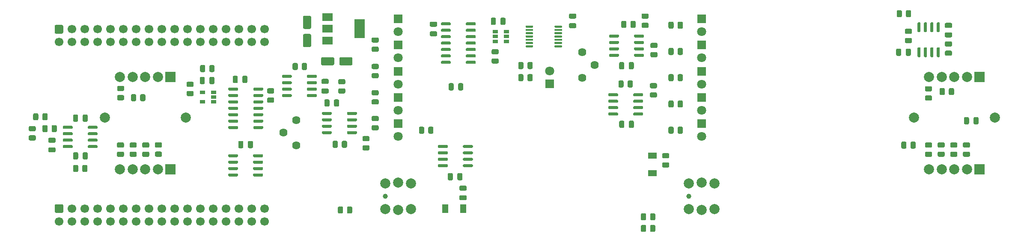
<source format=gbs>
G04 #@! TF.GenerationSoftware,KiCad,Pcbnew,5.1.10-6.fc34*
G04 #@! TF.CreationDate,2021-10-25T15:30:44+02:00*
G04 #@! TF.ProjectId,Amp Module,416d7020-4d6f-4647-956c-652e6b696361,rev?*
G04 #@! TF.SameCoordinates,Original*
G04 #@! TF.FileFunction,Soldermask,Bot*
G04 #@! TF.FilePolarity,Negative*
%FSLAX46Y46*%
G04 Gerber Fmt 4.6, Leading zero omitted, Abs format (unit mm)*
G04 Created by KiCad (PCBNEW 5.1.10-6.fc34) date 2021-10-25 15:30:44*
%MOMM*%
%LPD*%
G01*
G04 APERTURE LIST*
%ADD10C,2.000000*%
%ADD11R,2.000000X2.000000*%
%ADD12C,1.000000*%
%ADD13C,1.700000*%
%ADD14C,1.620000*%
%ADD15R,1.300000X1.700000*%
%ADD16R,1.700000X1.300000*%
%ADD17C,1.800000*%
%ADD18R,1.800000X1.800000*%
%ADD19R,2.000000X3.800000*%
%ADD20R,2.000000X1.500000*%
%ADD21R,1.060000X0.650000*%
G04 APERTURE END LIST*
D10*
X36740000Y-47890000D03*
X39240000Y-47890000D03*
X34240000Y-47890000D03*
X41740000Y-47890000D03*
D11*
X44240000Y-47890000D03*
X44240000Y-29590000D03*
D10*
X41740000Y-29590000D03*
X34240000Y-29590000D03*
X36740000Y-29590000D03*
X39240000Y-29590000D03*
X47240000Y-37640000D03*
X31240000Y-37640000D03*
X196740000Y-47890000D03*
X199240000Y-47890000D03*
X194240000Y-47890000D03*
X201740000Y-47890000D03*
D11*
X204240000Y-47890000D03*
X204240000Y-29590000D03*
D10*
X201740000Y-29590000D03*
X194240000Y-29590000D03*
X196740000Y-29590000D03*
X199240000Y-29590000D03*
X207240000Y-37640000D03*
X191240000Y-37640000D03*
X149240000Y-50540000D03*
X149240000Y-55940000D03*
X146700000Y-55780000D03*
X146700000Y-50700000D03*
X151780000Y-50700000D03*
X151780000Y-55780000D03*
D12*
X146700000Y-53240000D03*
X86700000Y-53240000D03*
D10*
X91780000Y-55780000D03*
X91780000Y-50700000D03*
X86700000Y-50700000D03*
X86700000Y-55780000D03*
X89240000Y-55940000D03*
X89240000Y-50540000D03*
D13*
X62801500Y-22720300D03*
X60261500Y-22720300D03*
X57721500Y-22720300D03*
X55181500Y-22720300D03*
X52641500Y-22720300D03*
X50101500Y-22720300D03*
X47561500Y-22720300D03*
X45021500Y-22720300D03*
X42481500Y-22720300D03*
X39941500Y-22720300D03*
X37401500Y-22720300D03*
X34861500Y-22720300D03*
X32321500Y-22720300D03*
X29781500Y-22720300D03*
X27241500Y-22720300D03*
X24701500Y-22720300D03*
X22161500Y-22720300D03*
X62801500Y-20180300D03*
X60261500Y-20180300D03*
X57721500Y-20180300D03*
X55181500Y-20180300D03*
X52641500Y-20180300D03*
X50101500Y-20180300D03*
X47561500Y-20180300D03*
X45021500Y-20180300D03*
X42481500Y-20180300D03*
X39941500Y-20180300D03*
X37401500Y-20180300D03*
X34861500Y-20180300D03*
X32321500Y-20180300D03*
X29781500Y-20180300D03*
X27241500Y-20180300D03*
X24701500Y-20180300D03*
G36*
G01*
X21561500Y-19330300D02*
X22761500Y-19330300D01*
G75*
G02*
X23011500Y-19580300I0J-250000D01*
G01*
X23011500Y-20780300D01*
G75*
G02*
X22761500Y-21030300I-250000J0D01*
G01*
X21561500Y-21030300D01*
G75*
G02*
X21311500Y-20780300I0J250000D01*
G01*
X21311500Y-19580300D01*
G75*
G02*
X21561500Y-19330300I250000J0D01*
G01*
G37*
G36*
G01*
X74320380Y-31902820D02*
X75270380Y-31902820D01*
G75*
G02*
X75520380Y-32152820I0J-250000D01*
G01*
X75520380Y-32652820D01*
G75*
G02*
X75270380Y-32902820I-250000J0D01*
G01*
X74320380Y-32902820D01*
G75*
G02*
X74070380Y-32652820I0J250000D01*
G01*
X74070380Y-32152820D01*
G75*
G02*
X74320380Y-31902820I250000J0D01*
G01*
G37*
G36*
G01*
X74320380Y-30002820D02*
X75270380Y-30002820D01*
G75*
G02*
X75520380Y-30252820I0J-250000D01*
G01*
X75520380Y-30752820D01*
G75*
G02*
X75270380Y-31002820I-250000J0D01*
G01*
X74320380Y-31002820D01*
G75*
G02*
X74070380Y-30752820I0J250000D01*
G01*
X74070380Y-30252820D01*
G75*
G02*
X74320380Y-30002820I250000J0D01*
G01*
G37*
G36*
G01*
X60540560Y-42532280D02*
X60540560Y-43482280D01*
G75*
G02*
X60290560Y-43732280I-250000J0D01*
G01*
X59790560Y-43732280D01*
G75*
G02*
X59540560Y-43482280I0J250000D01*
G01*
X59540560Y-42532280D01*
G75*
G02*
X59790560Y-42282280I250000J0D01*
G01*
X60290560Y-42282280D01*
G75*
G02*
X60540560Y-42532280I0J-250000D01*
G01*
G37*
G36*
G01*
X58640560Y-42532280D02*
X58640560Y-43482280D01*
G75*
G02*
X58390560Y-43732280I-250000J0D01*
G01*
X57890560Y-43732280D01*
G75*
G02*
X57640560Y-43482280I0J250000D01*
G01*
X57640560Y-42532280D01*
G75*
G02*
X57890560Y-42282280I250000J0D01*
G01*
X58390560Y-42282280D01*
G75*
G02*
X58640560Y-42532280I0J-250000D01*
G01*
G37*
G36*
G01*
X66265380Y-33444320D02*
X66265380Y-33144320D01*
G75*
G02*
X66415380Y-32994320I150000J0D01*
G01*
X68065380Y-32994320D01*
G75*
G02*
X68215380Y-33144320I0J-150000D01*
G01*
X68215380Y-33444320D01*
G75*
G02*
X68065380Y-33594320I-150000J0D01*
G01*
X66415380Y-33594320D01*
G75*
G02*
X66265380Y-33444320I0J150000D01*
G01*
G37*
G36*
G01*
X66265380Y-32174320D02*
X66265380Y-31874320D01*
G75*
G02*
X66415380Y-31724320I150000J0D01*
G01*
X68065380Y-31724320D01*
G75*
G02*
X68215380Y-31874320I0J-150000D01*
G01*
X68215380Y-32174320D01*
G75*
G02*
X68065380Y-32324320I-150000J0D01*
G01*
X66415380Y-32324320D01*
G75*
G02*
X66265380Y-32174320I0J150000D01*
G01*
G37*
G36*
G01*
X66265380Y-30904320D02*
X66265380Y-30604320D01*
G75*
G02*
X66415380Y-30454320I150000J0D01*
G01*
X68065380Y-30454320D01*
G75*
G02*
X68215380Y-30604320I0J-150000D01*
G01*
X68215380Y-30904320D01*
G75*
G02*
X68065380Y-31054320I-150000J0D01*
G01*
X66415380Y-31054320D01*
G75*
G02*
X66265380Y-30904320I0J150000D01*
G01*
G37*
G36*
G01*
X66265380Y-29634320D02*
X66265380Y-29334320D01*
G75*
G02*
X66415380Y-29184320I150000J0D01*
G01*
X68065380Y-29184320D01*
G75*
G02*
X68215380Y-29334320I0J-150000D01*
G01*
X68215380Y-29634320D01*
G75*
G02*
X68065380Y-29784320I-150000J0D01*
G01*
X66415380Y-29784320D01*
G75*
G02*
X66265380Y-29634320I0J150000D01*
G01*
G37*
G36*
G01*
X71215380Y-29634320D02*
X71215380Y-29334320D01*
G75*
G02*
X71365380Y-29184320I150000J0D01*
G01*
X73015380Y-29184320D01*
G75*
G02*
X73165380Y-29334320I0J-150000D01*
G01*
X73165380Y-29634320D01*
G75*
G02*
X73015380Y-29784320I-150000J0D01*
G01*
X71365380Y-29784320D01*
G75*
G02*
X71215380Y-29634320I0J150000D01*
G01*
G37*
G36*
G01*
X71215380Y-30904320D02*
X71215380Y-30604320D01*
G75*
G02*
X71365380Y-30454320I150000J0D01*
G01*
X73015380Y-30454320D01*
G75*
G02*
X73165380Y-30604320I0J-150000D01*
G01*
X73165380Y-30904320D01*
G75*
G02*
X73015380Y-31054320I-150000J0D01*
G01*
X71365380Y-31054320D01*
G75*
G02*
X71215380Y-30904320I0J150000D01*
G01*
G37*
G36*
G01*
X71215380Y-32174320D02*
X71215380Y-31874320D01*
G75*
G02*
X71365380Y-31724320I150000J0D01*
G01*
X73015380Y-31724320D01*
G75*
G02*
X73165380Y-31874320I0J-150000D01*
G01*
X73165380Y-32174320D01*
G75*
G02*
X73015380Y-32324320I-150000J0D01*
G01*
X71365380Y-32324320D01*
G75*
G02*
X71215380Y-32174320I0J150000D01*
G01*
G37*
G36*
G01*
X71215380Y-33444320D02*
X71215380Y-33144320D01*
G75*
G02*
X71365380Y-32994320I150000J0D01*
G01*
X73015380Y-32994320D01*
G75*
G02*
X73165380Y-33144320I0J-150000D01*
G01*
X73165380Y-33444320D01*
G75*
G02*
X73015380Y-33594320I-150000J0D01*
G01*
X71365380Y-33594320D01*
G75*
G02*
X71215380Y-33444320I0J150000D01*
G01*
G37*
G36*
G01*
X132976960Y-39471620D02*
X132976960Y-38521620D01*
G75*
G02*
X133226960Y-38271620I250000J0D01*
G01*
X133726960Y-38271620D01*
G75*
G02*
X133976960Y-38521620I0J-250000D01*
G01*
X133976960Y-39471620D01*
G75*
G02*
X133726960Y-39721620I-250000J0D01*
G01*
X133226960Y-39721620D01*
G75*
G02*
X132976960Y-39471620I0J250000D01*
G01*
G37*
G36*
G01*
X134876960Y-39471620D02*
X134876960Y-38521620D01*
G75*
G02*
X135126960Y-38271620I250000J0D01*
G01*
X135626960Y-38271620D01*
G75*
G02*
X135876960Y-38521620I0J-250000D01*
G01*
X135876960Y-39471620D01*
G75*
G02*
X135626960Y-39721620I-250000J0D01*
G01*
X135126960Y-39721620D01*
G75*
G02*
X134876960Y-39471620I0J250000D01*
G01*
G37*
D14*
X128128400Y-27253560D03*
X125628400Y-24753560D03*
X125628400Y-29753560D03*
X69075300Y-38140640D03*
X69075300Y-43140640D03*
X66575300Y-40640640D03*
G36*
G01*
X84256458Y-27033160D02*
X85156462Y-27033160D01*
G75*
G02*
X85406460Y-27283158I0J-249998D01*
G01*
X85406460Y-27808162D01*
G75*
G02*
X85156462Y-28058160I-249998J0D01*
G01*
X84256458Y-28058160D01*
G75*
G02*
X84006460Y-27808162I0J249998D01*
G01*
X84006460Y-27283158D01*
G75*
G02*
X84256458Y-27033160I249998J0D01*
G01*
G37*
G36*
G01*
X84256458Y-28858160D02*
X85156462Y-28858160D01*
G75*
G02*
X85406460Y-29108158I0J-249998D01*
G01*
X85406460Y-29633162D01*
G75*
G02*
X85156462Y-29883160I-249998J0D01*
G01*
X84256458Y-29883160D01*
G75*
G02*
X84006460Y-29633162I0J249998D01*
G01*
X84006460Y-29108158D01*
G75*
G02*
X84256458Y-28858160I249998J0D01*
G01*
G37*
G36*
G01*
X109484580Y-19075420D02*
X109484580Y-18125420D01*
G75*
G02*
X109734580Y-17875420I250000J0D01*
G01*
X110234580Y-17875420D01*
G75*
G02*
X110484580Y-18125420I0J-250000D01*
G01*
X110484580Y-19075420D01*
G75*
G02*
X110234580Y-19325420I-250000J0D01*
G01*
X109734580Y-19325420D01*
G75*
G02*
X109484580Y-19075420I0J250000D01*
G01*
G37*
G36*
G01*
X107584580Y-19075420D02*
X107584580Y-18125420D01*
G75*
G02*
X107834580Y-17875420I250000J0D01*
G01*
X108334580Y-17875420D01*
G75*
G02*
X108584580Y-18125420I0J-250000D01*
G01*
X108584580Y-19075420D01*
G75*
G02*
X108334580Y-19325420I-250000J0D01*
G01*
X107834580Y-19325420D01*
G75*
G02*
X107584580Y-19075420I0J250000D01*
G01*
G37*
G36*
G01*
X25980440Y-47294378D02*
X25980440Y-48194382D01*
G75*
G02*
X25730442Y-48444380I-249998J0D01*
G01*
X25205438Y-48444380D01*
G75*
G02*
X24955440Y-48194382I0J249998D01*
G01*
X24955440Y-47294378D01*
G75*
G02*
X25205438Y-47044380I249998J0D01*
G01*
X25730442Y-47044380D01*
G75*
G02*
X25980440Y-47294378I0J-249998D01*
G01*
G37*
G36*
G01*
X27805440Y-47294378D02*
X27805440Y-48194382D01*
G75*
G02*
X27555442Y-48444380I-249998J0D01*
G01*
X27030438Y-48444380D01*
G75*
G02*
X26780440Y-48194382I0J249998D01*
G01*
X26780440Y-47294378D01*
G75*
G02*
X27030438Y-47044380I249998J0D01*
G01*
X27555442Y-47044380D01*
G75*
G02*
X27805440Y-47294378I0J-249998D01*
G01*
G37*
G36*
G01*
X21254740Y-42651260D02*
X20304740Y-42651260D01*
G75*
G02*
X20054740Y-42401260I0J250000D01*
G01*
X20054740Y-41901260D01*
G75*
G02*
X20304740Y-41651260I250000J0D01*
G01*
X21254740Y-41651260D01*
G75*
G02*
X21504740Y-41901260I0J-250000D01*
G01*
X21504740Y-42401260D01*
G75*
G02*
X21254740Y-42651260I-250000J0D01*
G01*
G37*
G36*
G01*
X21254740Y-44551260D02*
X20304740Y-44551260D01*
G75*
G02*
X20054740Y-44301260I0J250000D01*
G01*
X20054740Y-43801260D01*
G75*
G02*
X20304740Y-43551260I250000J0D01*
G01*
X21254740Y-43551260D01*
G75*
G02*
X21504740Y-43801260I0J-250000D01*
G01*
X21504740Y-44301260D01*
G75*
G02*
X21254740Y-44551260I-250000J0D01*
G01*
G37*
G36*
G01*
X202160000Y-37815000D02*
X202160000Y-38765000D01*
G75*
G02*
X201910000Y-39015000I-250000J0D01*
G01*
X201410000Y-39015000D01*
G75*
G02*
X201160000Y-38765000I0J250000D01*
G01*
X201160000Y-37815000D01*
G75*
G02*
X201410000Y-37565000I250000J0D01*
G01*
X201910000Y-37565000D01*
G75*
G02*
X202160000Y-37815000I0J-250000D01*
G01*
G37*
G36*
G01*
X204060000Y-37815000D02*
X204060000Y-38765000D01*
G75*
G02*
X203810000Y-39015000I-250000J0D01*
G01*
X203310000Y-39015000D01*
G75*
G02*
X203060000Y-38765000I0J250000D01*
G01*
X203060000Y-37815000D01*
G75*
G02*
X203310000Y-37565000I250000J0D01*
G01*
X203810000Y-37565000D01*
G75*
G02*
X204060000Y-37815000I0J-250000D01*
G01*
G37*
G36*
G01*
X26855840Y-38247340D02*
X26855840Y-37297340D01*
G75*
G02*
X27105840Y-37047340I250000J0D01*
G01*
X27605840Y-37047340D01*
G75*
G02*
X27855840Y-37297340I0J-250000D01*
G01*
X27855840Y-38247340D01*
G75*
G02*
X27605840Y-38497340I-250000J0D01*
G01*
X27105840Y-38497340D01*
G75*
G02*
X26855840Y-38247340I0J250000D01*
G01*
G37*
G36*
G01*
X24955840Y-38247340D02*
X24955840Y-37297340D01*
G75*
G02*
X25205840Y-37047340I250000J0D01*
G01*
X25705840Y-37047340D01*
G75*
G02*
X25955840Y-37297340I0J-250000D01*
G01*
X25955840Y-38247340D01*
G75*
G02*
X25705840Y-38497340I-250000J0D01*
G01*
X25205840Y-38497340D01*
G75*
G02*
X24955840Y-38247340I0J250000D01*
G01*
G37*
G36*
G01*
X188752060Y-24249360D02*
X188752060Y-25199360D01*
G75*
G02*
X188502060Y-25449360I-250000J0D01*
G01*
X188002060Y-25449360D01*
G75*
G02*
X187752060Y-25199360I0J250000D01*
G01*
X187752060Y-24249360D01*
G75*
G02*
X188002060Y-23999360I250000J0D01*
G01*
X188502060Y-23999360D01*
G75*
G02*
X188752060Y-24249360I0J-250000D01*
G01*
G37*
G36*
G01*
X190652060Y-24249360D02*
X190652060Y-25199360D01*
G75*
G02*
X190402060Y-25449360I-250000J0D01*
G01*
X189902060Y-25449360D01*
G75*
G02*
X189652060Y-25199360I0J250000D01*
G01*
X189652060Y-24249360D01*
G75*
G02*
X189902060Y-23999360I250000J0D01*
G01*
X190402060Y-23999360D01*
G75*
G02*
X190652060Y-24249360I0J-250000D01*
G01*
G37*
G36*
G01*
X27866000Y-44777640D02*
X27866000Y-45727640D01*
G75*
G02*
X27616000Y-45977640I-250000J0D01*
G01*
X27116000Y-45977640D01*
G75*
G02*
X26866000Y-45727640I0J250000D01*
G01*
X26866000Y-44777640D01*
G75*
G02*
X27116000Y-44527640I250000J0D01*
G01*
X27616000Y-44527640D01*
G75*
G02*
X27866000Y-44777640I0J-250000D01*
G01*
G37*
G36*
G01*
X25966000Y-44777640D02*
X25966000Y-45727640D01*
G75*
G02*
X25716000Y-45977640I-250000J0D01*
G01*
X25216000Y-45977640D01*
G75*
G02*
X24966000Y-45727640I0J250000D01*
G01*
X24966000Y-44777640D01*
G75*
G02*
X25216000Y-44527640I250000J0D01*
G01*
X25716000Y-44527640D01*
G75*
G02*
X25966000Y-44777640I0J-250000D01*
G01*
G37*
G36*
G01*
X198564520Y-21803020D02*
X197614520Y-21803020D01*
G75*
G02*
X197364520Y-21553020I0J250000D01*
G01*
X197364520Y-21053020D01*
G75*
G02*
X197614520Y-20803020I250000J0D01*
G01*
X198564520Y-20803020D01*
G75*
G02*
X198814520Y-21053020I0J-250000D01*
G01*
X198814520Y-21553020D01*
G75*
G02*
X198564520Y-21803020I-250000J0D01*
G01*
G37*
G36*
G01*
X198564520Y-19903020D02*
X197614520Y-19903020D01*
G75*
G02*
X197364520Y-19653020I0J250000D01*
G01*
X197364520Y-19153020D01*
G75*
G02*
X197614520Y-18903020I250000J0D01*
G01*
X198564520Y-18903020D01*
G75*
G02*
X198814520Y-19153020I0J-250000D01*
G01*
X198814520Y-19653020D01*
G75*
G02*
X198564520Y-19903020I-250000J0D01*
G01*
G37*
G36*
G01*
X70699540Y-21107020D02*
X71799540Y-21107020D01*
G75*
G02*
X72049540Y-21357020I0J-250000D01*
G01*
X72049540Y-23457020D01*
G75*
G02*
X71799540Y-23707020I-250000J0D01*
G01*
X70699540Y-23707020D01*
G75*
G02*
X70449540Y-23457020I0J250000D01*
G01*
X70449540Y-21357020D01*
G75*
G02*
X70699540Y-21107020I250000J0D01*
G01*
G37*
G36*
G01*
X70699540Y-17507020D02*
X71799540Y-17507020D01*
G75*
G02*
X72049540Y-17757020I0J-250000D01*
G01*
X72049540Y-19857020D01*
G75*
G02*
X71799540Y-20107020I-250000J0D01*
G01*
X70699540Y-20107020D01*
G75*
G02*
X70449540Y-19857020I0J250000D01*
G01*
X70449540Y-17757020D01*
G75*
G02*
X70699540Y-17507020I250000J0D01*
G01*
G37*
G36*
G01*
X80214400Y-25962520D02*
X80214400Y-27062520D01*
G75*
G02*
X79964400Y-27312520I-250000J0D01*
G01*
X77864400Y-27312520D01*
G75*
G02*
X77614400Y-27062520I0J250000D01*
G01*
X77614400Y-25962520D01*
G75*
G02*
X77864400Y-25712520I250000J0D01*
G01*
X79964400Y-25712520D01*
G75*
G02*
X80214400Y-25962520I0J-250000D01*
G01*
G37*
G36*
G01*
X76614400Y-25962520D02*
X76614400Y-27062520D01*
G75*
G02*
X76364400Y-27312520I-250000J0D01*
G01*
X74264400Y-27312520D01*
G75*
G02*
X74014400Y-27062520I0J250000D01*
G01*
X74014400Y-25962520D01*
G75*
G02*
X74264400Y-25712520I250000J0D01*
G01*
X76364400Y-25712520D01*
G75*
G02*
X76614400Y-25962520I0J-250000D01*
G01*
G37*
G36*
G01*
X102557600Y-52140700D02*
X101607600Y-52140700D01*
G75*
G02*
X101357600Y-51890700I0J250000D01*
G01*
X101357600Y-51390700D01*
G75*
G02*
X101607600Y-51140700I250000J0D01*
G01*
X102557600Y-51140700D01*
G75*
G02*
X102807600Y-51390700I0J-250000D01*
G01*
X102807600Y-51890700D01*
G75*
G02*
X102557600Y-52140700I-250000J0D01*
G01*
G37*
G36*
G01*
X102557600Y-54040700D02*
X101607600Y-54040700D01*
G75*
G02*
X101357600Y-53790700I0J250000D01*
G01*
X101357600Y-53290700D01*
G75*
G02*
X101607600Y-53040700I250000J0D01*
G01*
X102557600Y-53040700D01*
G75*
G02*
X102807600Y-53290700I0J-250000D01*
G01*
X102807600Y-53790700D01*
G75*
G02*
X102557600Y-54040700I-250000J0D01*
G01*
G37*
G36*
G01*
X102135600Y-31094660D02*
X102135600Y-32044660D01*
G75*
G02*
X101885600Y-32294660I-250000J0D01*
G01*
X101385600Y-32294660D01*
G75*
G02*
X101135600Y-32044660I0J250000D01*
G01*
X101135600Y-31094660D01*
G75*
G02*
X101385600Y-30844660I250000J0D01*
G01*
X101885600Y-30844660D01*
G75*
G02*
X102135600Y-31094660I0J-250000D01*
G01*
G37*
G36*
G01*
X100235600Y-31094660D02*
X100235600Y-32044660D01*
G75*
G02*
X99985600Y-32294660I-250000J0D01*
G01*
X99485600Y-32294660D01*
G75*
G02*
X99235600Y-32044660I0J250000D01*
G01*
X99235600Y-31094660D01*
G75*
G02*
X99485600Y-30844660I250000J0D01*
G01*
X99985600Y-30844660D01*
G75*
G02*
X100235600Y-31094660I0J-250000D01*
G01*
G37*
G36*
G01*
X99067960Y-49847520D02*
X99067960Y-48897520D01*
G75*
G02*
X99317960Y-48647520I250000J0D01*
G01*
X99817960Y-48647520D01*
G75*
G02*
X100067960Y-48897520I0J-250000D01*
G01*
X100067960Y-49847520D01*
G75*
G02*
X99817960Y-50097520I-250000J0D01*
G01*
X99317960Y-50097520D01*
G75*
G02*
X99067960Y-49847520I0J250000D01*
G01*
G37*
G36*
G01*
X100967960Y-49847520D02*
X100967960Y-48897520D01*
G75*
G02*
X101217960Y-48647520I250000J0D01*
G01*
X101717960Y-48647520D01*
G75*
G02*
X101967960Y-48897520I0J-250000D01*
G01*
X101967960Y-49847520D01*
G75*
G02*
X101717960Y-50097520I-250000J0D01*
G01*
X101217960Y-50097520D01*
G75*
G02*
X100967960Y-49847520I0J250000D01*
G01*
G37*
G36*
G01*
X123283960Y-18969140D02*
X124233960Y-18969140D01*
G75*
G02*
X124483960Y-19219140I0J-250000D01*
G01*
X124483960Y-19719140D01*
G75*
G02*
X124233960Y-19969140I-250000J0D01*
G01*
X123283960Y-19969140D01*
G75*
G02*
X123033960Y-19719140I0J250000D01*
G01*
X123033960Y-19219140D01*
G75*
G02*
X123283960Y-18969140I250000J0D01*
G01*
G37*
G36*
G01*
X123283960Y-17069140D02*
X124233960Y-17069140D01*
G75*
G02*
X124483960Y-17319140I0J-250000D01*
G01*
X124483960Y-17819140D01*
G75*
G02*
X124233960Y-18069140I-250000J0D01*
G01*
X123283960Y-18069140D01*
G75*
G02*
X123033960Y-17819140I0J250000D01*
G01*
X123033960Y-17319140D01*
G75*
G02*
X123283960Y-17069140I250000J0D01*
G01*
G37*
G36*
G01*
X96715600Y-21579500D02*
X95765600Y-21579500D01*
G75*
G02*
X95515600Y-21329500I0J250000D01*
G01*
X95515600Y-20829500D01*
G75*
G02*
X95765600Y-20579500I250000J0D01*
G01*
X96715600Y-20579500D01*
G75*
G02*
X96965600Y-20829500I0J-250000D01*
G01*
X96965600Y-21329500D01*
G75*
G02*
X96715600Y-21579500I-250000J0D01*
G01*
G37*
G36*
G01*
X96715600Y-19679500D02*
X95765600Y-19679500D01*
G75*
G02*
X95515600Y-19429500I0J250000D01*
G01*
X95515600Y-18929500D01*
G75*
G02*
X95765600Y-18679500I250000J0D01*
G01*
X96715600Y-18679500D01*
G75*
G02*
X96965600Y-18929500I0J-250000D01*
G01*
X96965600Y-19429500D01*
G75*
G02*
X96715600Y-19679500I-250000J0D01*
G01*
G37*
G36*
G01*
X52920560Y-29852600D02*
X52920560Y-30802600D01*
G75*
G02*
X52670560Y-31052600I-250000J0D01*
G01*
X52170560Y-31052600D01*
G75*
G02*
X51920560Y-30802600I0J250000D01*
G01*
X51920560Y-29852600D01*
G75*
G02*
X52170560Y-29602600I250000J0D01*
G01*
X52670560Y-29602600D01*
G75*
G02*
X52920560Y-29852600I0J-250000D01*
G01*
G37*
G36*
G01*
X51020560Y-29852600D02*
X51020560Y-30802600D01*
G75*
G02*
X50770560Y-31052600I-250000J0D01*
G01*
X50270560Y-31052600D01*
G75*
G02*
X50020560Y-30802600I0J250000D01*
G01*
X50020560Y-29852600D01*
G75*
G02*
X50270560Y-29602600I250000J0D01*
G01*
X50770560Y-29602600D01*
G75*
G02*
X51020560Y-29852600I0J-250000D01*
G01*
G37*
G36*
G01*
X57538160Y-29639240D02*
X57538160Y-30589240D01*
G75*
G02*
X57288160Y-30839240I-250000J0D01*
G01*
X56788160Y-30839240D01*
G75*
G02*
X56538160Y-30589240I0J250000D01*
G01*
X56538160Y-29639240D01*
G75*
G02*
X56788160Y-29389240I250000J0D01*
G01*
X57288160Y-29389240D01*
G75*
G02*
X57538160Y-29639240I0J-250000D01*
G01*
G37*
G36*
G01*
X59438160Y-29639240D02*
X59438160Y-30589240D01*
G75*
G02*
X59188160Y-30839240I-250000J0D01*
G01*
X58688160Y-30839240D01*
G75*
G02*
X58438160Y-30589240I0J250000D01*
G01*
X58438160Y-29639240D01*
G75*
G02*
X58688160Y-29389240I250000J0D01*
G01*
X59188160Y-29389240D01*
G75*
G02*
X59438160Y-29639240I0J-250000D01*
G01*
G37*
G36*
G01*
X75663640Y-34305220D02*
X75663640Y-35255220D01*
G75*
G02*
X75413640Y-35505220I-250000J0D01*
G01*
X74913640Y-35505220D01*
G75*
G02*
X74663640Y-35255220I0J250000D01*
G01*
X74663640Y-34305220D01*
G75*
G02*
X74913640Y-34055220I250000J0D01*
G01*
X75413640Y-34055220D01*
G75*
G02*
X75663640Y-34305220I0J-250000D01*
G01*
G37*
G36*
G01*
X77563640Y-34305220D02*
X77563640Y-35255220D01*
G75*
G02*
X77313640Y-35505220I-250000J0D01*
G01*
X76813640Y-35505220D01*
G75*
G02*
X76563640Y-35255220I0J250000D01*
G01*
X76563640Y-34305220D01*
G75*
G02*
X76813640Y-34055220I250000J0D01*
G01*
X77313640Y-34055220D01*
G75*
G02*
X77563640Y-34305220I0J-250000D01*
G01*
G37*
G36*
G01*
X134864260Y-27868900D02*
X134864260Y-26918900D01*
G75*
G02*
X135114260Y-26668900I250000J0D01*
G01*
X135614260Y-26668900D01*
G75*
G02*
X135864260Y-26918900I0J-250000D01*
G01*
X135864260Y-27868900D01*
G75*
G02*
X135614260Y-28118900I-250000J0D01*
G01*
X135114260Y-28118900D01*
G75*
G02*
X134864260Y-27868900I0J250000D01*
G01*
G37*
G36*
G01*
X132964260Y-27868900D02*
X132964260Y-26918900D01*
G75*
G02*
X133214260Y-26668900I250000J0D01*
G01*
X133714260Y-26668900D01*
G75*
G02*
X133964260Y-26918900I0J-250000D01*
G01*
X133964260Y-27868900D01*
G75*
G02*
X133714260Y-28118900I-250000J0D01*
G01*
X133214260Y-28118900D01*
G75*
G02*
X132964260Y-27868900I0J250000D01*
G01*
G37*
D15*
X98585080Y-55742840D03*
X102085080Y-55742840D03*
D16*
X139504420Y-48714600D03*
X139504420Y-45214600D03*
D17*
X89240000Y-41432500D03*
D18*
X89240000Y-38892500D03*
D17*
X149240000Y-41432500D03*
D18*
X149240000Y-38892500D03*
X119240000Y-31010000D03*
D17*
X119240000Y-28470000D03*
X89240000Y-25832500D03*
D18*
X89240000Y-23292500D03*
D17*
X89240000Y-31032500D03*
D18*
X89240000Y-28492500D03*
X89240000Y-33692500D03*
D17*
X89240000Y-36232500D03*
D18*
X89240000Y-18092500D03*
D17*
X89240000Y-20632500D03*
X149240000Y-25832500D03*
D18*
X149240000Y-23292500D03*
X149240000Y-28492500D03*
D17*
X149240000Y-31032500D03*
D18*
X149240000Y-33692500D03*
D17*
X149240000Y-36232500D03*
D18*
X149240000Y-18092500D03*
D17*
X149240000Y-20632500D03*
G36*
G01*
X21586900Y-54826800D02*
X22786900Y-54826800D01*
G75*
G02*
X23036900Y-55076800I0J-250000D01*
G01*
X23036900Y-56276800D01*
G75*
G02*
X22786900Y-56526800I-250000J0D01*
G01*
X21586900Y-56526800D01*
G75*
G02*
X21336900Y-56276800I0J250000D01*
G01*
X21336900Y-55076800D01*
G75*
G02*
X21586900Y-54826800I250000J0D01*
G01*
G37*
D13*
X24726900Y-55676800D03*
X27266900Y-55676800D03*
X29806900Y-55676800D03*
X32346900Y-55676800D03*
X34886900Y-55676800D03*
X37426900Y-55676800D03*
X39966900Y-55676800D03*
X42506900Y-55676800D03*
X45046900Y-55676800D03*
X47586900Y-55676800D03*
X50126900Y-55676800D03*
X52666900Y-55676800D03*
X55206900Y-55676800D03*
X57746900Y-55676800D03*
X60286900Y-55676800D03*
X62826900Y-55676800D03*
X22186900Y-58216800D03*
X24726900Y-58216800D03*
X27266900Y-58216800D03*
X29806900Y-58216800D03*
X32346900Y-58216800D03*
X34886900Y-58216800D03*
X37426900Y-58216800D03*
X39966900Y-58216800D03*
X42506900Y-58216800D03*
X45046900Y-58216800D03*
X47586900Y-58216800D03*
X50126900Y-58216800D03*
X52666900Y-58216800D03*
X55206900Y-58216800D03*
X57746900Y-58216800D03*
X60286900Y-58216800D03*
X62826900Y-58216800D03*
G36*
G01*
X17063660Y-37960722D02*
X17063660Y-37060718D01*
G75*
G02*
X17313658Y-36810720I249998J0D01*
G01*
X17838662Y-36810720D01*
G75*
G02*
X18088660Y-37060718I0J-249998D01*
G01*
X18088660Y-37960722D01*
G75*
G02*
X17838662Y-38210720I-249998J0D01*
G01*
X17313658Y-38210720D01*
G75*
G02*
X17063660Y-37960722I0J249998D01*
G01*
G37*
G36*
G01*
X18888660Y-37960722D02*
X18888660Y-37060718D01*
G75*
G02*
X19138658Y-36810720I249998J0D01*
G01*
X19663662Y-36810720D01*
G75*
G02*
X19913660Y-37060718I0J-249998D01*
G01*
X19913660Y-37960722D01*
G75*
G02*
X19663662Y-38210720I-249998J0D01*
G01*
X19138658Y-38210720D01*
G75*
G02*
X18888660Y-37960722I0J249998D01*
G01*
G37*
G36*
G01*
X189678260Y-17549282D02*
X189678260Y-16649278D01*
G75*
G02*
X189928258Y-16399280I249998J0D01*
G01*
X190453262Y-16399280D01*
G75*
G02*
X190703260Y-16649278I0J-249998D01*
G01*
X190703260Y-17549282D01*
G75*
G02*
X190453262Y-17799280I-249998J0D01*
G01*
X189928258Y-17799280D01*
G75*
G02*
X189678260Y-17549282I0J249998D01*
G01*
G37*
G36*
G01*
X187853260Y-17549282D02*
X187853260Y-16649278D01*
G75*
G02*
X188103258Y-16399280I249998J0D01*
G01*
X188628262Y-16399280D01*
G75*
G02*
X188878260Y-16649278I0J-249998D01*
G01*
X188878260Y-17549282D01*
G75*
G02*
X188628262Y-17799280I-249998J0D01*
G01*
X188103258Y-17799280D01*
G75*
G02*
X187853260Y-17549282I0J249998D01*
G01*
G37*
G36*
G01*
X16433378Y-41172080D02*
X17333382Y-41172080D01*
G75*
G02*
X17583380Y-41422078I0J-249998D01*
G01*
X17583380Y-41947082D01*
G75*
G02*
X17333382Y-42197080I-249998J0D01*
G01*
X16433378Y-42197080D01*
G75*
G02*
X16183380Y-41947082I0J249998D01*
G01*
X16183380Y-41422078D01*
G75*
G02*
X16433378Y-41172080I249998J0D01*
G01*
G37*
G36*
G01*
X16433378Y-39347080D02*
X17333382Y-39347080D01*
G75*
G02*
X17583380Y-39597078I0J-249998D01*
G01*
X17583380Y-40122082D01*
G75*
G02*
X17333382Y-40372080I-249998J0D01*
G01*
X16433378Y-40372080D01*
G75*
G02*
X16183380Y-40122082I0J249998D01*
G01*
X16183380Y-39597078D01*
G75*
G02*
X16433378Y-39347080I249998J0D01*
G01*
G37*
G36*
G01*
X197639518Y-22575460D02*
X198539522Y-22575460D01*
G75*
G02*
X198789520Y-22825458I0J-249998D01*
G01*
X198789520Y-23350462D01*
G75*
G02*
X198539522Y-23600460I-249998J0D01*
G01*
X197639518Y-23600460D01*
G75*
G02*
X197389520Y-23350462I0J249998D01*
G01*
X197389520Y-22825458D01*
G75*
G02*
X197639518Y-22575460I249998J0D01*
G01*
G37*
G36*
G01*
X197639518Y-24400460D02*
X198539522Y-24400460D01*
G75*
G02*
X198789520Y-24650458I0J-249998D01*
G01*
X198789520Y-25175462D01*
G75*
G02*
X198539522Y-25425460I-249998J0D01*
G01*
X197639518Y-25425460D01*
G75*
G02*
X197389520Y-25175462I0J249998D01*
G01*
X197389520Y-24650458D01*
G75*
G02*
X197639518Y-24400460I249998J0D01*
G01*
G37*
G36*
G01*
X19920000Y-39410218D02*
X19920000Y-40310222D01*
G75*
G02*
X19670002Y-40560220I-249998J0D01*
G01*
X19144998Y-40560220D01*
G75*
G02*
X18895000Y-40310222I0J249998D01*
G01*
X18895000Y-39410218D01*
G75*
G02*
X19144998Y-39160220I249998J0D01*
G01*
X19670002Y-39160220D01*
G75*
G02*
X19920000Y-39410218I0J-249998D01*
G01*
G37*
G36*
G01*
X21745000Y-39410218D02*
X21745000Y-40310222D01*
G75*
G02*
X21495002Y-40560220I-249998J0D01*
G01*
X20969998Y-40560220D01*
G75*
G02*
X20720000Y-40310222I0J249998D01*
G01*
X20720000Y-39410218D01*
G75*
G02*
X20969998Y-39160220I249998J0D01*
G01*
X21495002Y-39160220D01*
G75*
G02*
X21745000Y-39410218I0J-249998D01*
G01*
G37*
G36*
G01*
X190627422Y-21090940D02*
X189727418Y-21090940D01*
G75*
G02*
X189477420Y-20840942I0J249998D01*
G01*
X189477420Y-20315938D01*
G75*
G02*
X189727418Y-20065940I249998J0D01*
G01*
X190627422Y-20065940D01*
G75*
G02*
X190877420Y-20315938I0J-249998D01*
G01*
X190877420Y-20840942D01*
G75*
G02*
X190627422Y-21090940I-249998J0D01*
G01*
G37*
G36*
G01*
X190627422Y-22915940D02*
X189727418Y-22915940D01*
G75*
G02*
X189477420Y-22665942I0J249998D01*
G01*
X189477420Y-22140938D01*
G75*
G02*
X189727418Y-21890940I249998J0D01*
G01*
X190627422Y-21890940D01*
G75*
G02*
X190877420Y-22140938I0J-249998D01*
G01*
X190877420Y-22665942D01*
G75*
G02*
X190627422Y-22915940I-249998J0D01*
G01*
G37*
G36*
G01*
X188762580Y-43569042D02*
X188762580Y-42669038D01*
G75*
G02*
X189012578Y-42419040I249998J0D01*
G01*
X189537582Y-42419040D01*
G75*
G02*
X189787580Y-42669038I0J-249998D01*
G01*
X189787580Y-43569042D01*
G75*
G02*
X189537582Y-43819040I-249998J0D01*
G01*
X189012578Y-43819040D01*
G75*
G02*
X188762580Y-43569042I0J249998D01*
G01*
G37*
G36*
G01*
X190587580Y-43569042D02*
X190587580Y-42669038D01*
G75*
G02*
X190837578Y-42419040I249998J0D01*
G01*
X191362582Y-42419040D01*
G75*
G02*
X191612580Y-42669038I0J-249998D01*
G01*
X191612580Y-43569042D01*
G75*
G02*
X191362582Y-43819040I-249998J0D01*
G01*
X190837578Y-43819040D01*
G75*
G02*
X190587580Y-43569042I0J249998D01*
G01*
G37*
G36*
G01*
X41388238Y-42570340D02*
X42288242Y-42570340D01*
G75*
G02*
X42538240Y-42820338I0J-249998D01*
G01*
X42538240Y-43345342D01*
G75*
G02*
X42288242Y-43595340I-249998J0D01*
G01*
X41388238Y-43595340D01*
G75*
G02*
X41138240Y-43345342I0J249998D01*
G01*
X41138240Y-42820338D01*
G75*
G02*
X41388238Y-42570340I249998J0D01*
G01*
G37*
G36*
G01*
X41388238Y-44395340D02*
X42288242Y-44395340D01*
G75*
G02*
X42538240Y-44645338I0J-249998D01*
G01*
X42538240Y-45170342D01*
G75*
G02*
X42288242Y-45420340I-249998J0D01*
G01*
X41388238Y-45420340D01*
G75*
G02*
X41138240Y-45170342I0J249998D01*
G01*
X41138240Y-44645338D01*
G75*
G02*
X41388238Y-44395340I249998J0D01*
G01*
G37*
G36*
G01*
X38886338Y-42590020D02*
X39786342Y-42590020D01*
G75*
G02*
X40036340Y-42840018I0J-249998D01*
G01*
X40036340Y-43365022D01*
G75*
G02*
X39786342Y-43615020I-249998J0D01*
G01*
X38886338Y-43615020D01*
G75*
G02*
X38636340Y-43365022I0J249998D01*
G01*
X38636340Y-42840018D01*
G75*
G02*
X38886338Y-42590020I249998J0D01*
G01*
G37*
G36*
G01*
X38886338Y-44415020D02*
X39786342Y-44415020D01*
G75*
G02*
X40036340Y-44665018I0J-249998D01*
G01*
X40036340Y-45190022D01*
G75*
G02*
X39786342Y-45440020I-249998J0D01*
G01*
X38886338Y-45440020D01*
G75*
G02*
X38636340Y-45190022I0J249998D01*
G01*
X38636340Y-44665018D01*
G75*
G02*
X38886338Y-44415020I249998J0D01*
G01*
G37*
G36*
G01*
X36402218Y-44418200D02*
X37302222Y-44418200D01*
G75*
G02*
X37552220Y-44668198I0J-249998D01*
G01*
X37552220Y-45193202D01*
G75*
G02*
X37302222Y-45443200I-249998J0D01*
G01*
X36402218Y-45443200D01*
G75*
G02*
X36152220Y-45193202I0J249998D01*
G01*
X36152220Y-44668198D01*
G75*
G02*
X36402218Y-44418200I249998J0D01*
G01*
G37*
G36*
G01*
X36402218Y-42593200D02*
X37302222Y-42593200D01*
G75*
G02*
X37552220Y-42843198I0J-249998D01*
G01*
X37552220Y-43368202D01*
G75*
G02*
X37302222Y-43618200I-249998J0D01*
G01*
X36402218Y-43618200D01*
G75*
G02*
X36152220Y-43368202I0J249998D01*
G01*
X36152220Y-42843198D01*
G75*
G02*
X36402218Y-42593200I249998J0D01*
G01*
G37*
G36*
G01*
X33890158Y-44418200D02*
X34790162Y-44418200D01*
G75*
G02*
X35040160Y-44668198I0J-249998D01*
G01*
X35040160Y-45193202D01*
G75*
G02*
X34790162Y-45443200I-249998J0D01*
G01*
X33890158Y-45443200D01*
G75*
G02*
X33640160Y-45193202I0J249998D01*
G01*
X33640160Y-44668198D01*
G75*
G02*
X33890158Y-44418200I249998J0D01*
G01*
G37*
G36*
G01*
X33890158Y-42593200D02*
X34790162Y-42593200D01*
G75*
G02*
X35040160Y-42843198I0J-249998D01*
G01*
X35040160Y-43368202D01*
G75*
G02*
X34790162Y-43618200I-249998J0D01*
G01*
X33890158Y-43618200D01*
G75*
G02*
X33640160Y-43368202I0J249998D01*
G01*
X33640160Y-42843198D01*
G75*
G02*
X33890158Y-42593200I249998J0D01*
G01*
G37*
G36*
G01*
X34820002Y-34245000D02*
X33919998Y-34245000D01*
G75*
G02*
X33670000Y-33995002I0J249998D01*
G01*
X33670000Y-33469998D01*
G75*
G02*
X33919998Y-33220000I249998J0D01*
G01*
X34820002Y-33220000D01*
G75*
G02*
X35070000Y-33469998I0J-249998D01*
G01*
X35070000Y-33995002D01*
G75*
G02*
X34820002Y-34245000I-249998J0D01*
G01*
G37*
G36*
G01*
X34820002Y-32420000D02*
X33919998Y-32420000D01*
G75*
G02*
X33670000Y-32170002I0J249998D01*
G01*
X33670000Y-31644998D01*
G75*
G02*
X33919998Y-31395000I249998J0D01*
G01*
X34820002Y-31395000D01*
G75*
G02*
X35070000Y-31644998I0J-249998D01*
G01*
X35070000Y-32170002D01*
G75*
G02*
X34820002Y-32420000I-249998J0D01*
G01*
G37*
G36*
G01*
X37430000Y-33279998D02*
X37430000Y-34180002D01*
G75*
G02*
X37180002Y-34430000I-249998J0D01*
G01*
X36654998Y-34430000D01*
G75*
G02*
X36405000Y-34180002I0J249998D01*
G01*
X36405000Y-33279998D01*
G75*
G02*
X36654998Y-33030000I249998J0D01*
G01*
X37180002Y-33030000D01*
G75*
G02*
X37430000Y-33279998I0J-249998D01*
G01*
G37*
G36*
G01*
X39255000Y-33279998D02*
X39255000Y-34180002D01*
G75*
G02*
X39005002Y-34430000I-249998J0D01*
G01*
X38479998Y-34430000D01*
G75*
G02*
X38230000Y-34180002I0J249998D01*
G01*
X38230000Y-33279998D01*
G75*
G02*
X38479998Y-33030000I249998J0D01*
G01*
X39005002Y-33030000D01*
G75*
G02*
X39255000Y-33279998I0J-249998D01*
G01*
G37*
G36*
G01*
X201198698Y-44410740D02*
X202098702Y-44410740D01*
G75*
G02*
X202348700Y-44660738I0J-249998D01*
G01*
X202348700Y-45185742D01*
G75*
G02*
X202098702Y-45435740I-249998J0D01*
G01*
X201198698Y-45435740D01*
G75*
G02*
X200948700Y-45185742I0J249998D01*
G01*
X200948700Y-44660738D01*
G75*
G02*
X201198698Y-44410740I249998J0D01*
G01*
G37*
G36*
G01*
X201198698Y-42585740D02*
X202098702Y-42585740D01*
G75*
G02*
X202348700Y-42835738I0J-249998D01*
G01*
X202348700Y-43360742D01*
G75*
G02*
X202098702Y-43610740I-249998J0D01*
G01*
X201198698Y-43610740D01*
G75*
G02*
X200948700Y-43360742I0J249998D01*
G01*
X200948700Y-42835738D01*
G75*
G02*
X201198698Y-42585740I249998J0D01*
G01*
G37*
G36*
G01*
X198698698Y-42585740D02*
X199598702Y-42585740D01*
G75*
G02*
X199848700Y-42835738I0J-249998D01*
G01*
X199848700Y-43360742D01*
G75*
G02*
X199598702Y-43610740I-249998J0D01*
G01*
X198698698Y-43610740D01*
G75*
G02*
X198448700Y-43360742I0J249998D01*
G01*
X198448700Y-42835738D01*
G75*
G02*
X198698698Y-42585740I249998J0D01*
G01*
G37*
G36*
G01*
X198698698Y-44410740D02*
X199598702Y-44410740D01*
G75*
G02*
X199848700Y-44660738I0J-249998D01*
G01*
X199848700Y-45185742D01*
G75*
G02*
X199598702Y-45435740I-249998J0D01*
G01*
X198698698Y-45435740D01*
G75*
G02*
X198448700Y-45185742I0J249998D01*
G01*
X198448700Y-44660738D01*
G75*
G02*
X198698698Y-44410740I249998J0D01*
G01*
G37*
G36*
G01*
X196198698Y-44410740D02*
X197098702Y-44410740D01*
G75*
G02*
X197348700Y-44660738I0J-249998D01*
G01*
X197348700Y-45185742D01*
G75*
G02*
X197098702Y-45435740I-249998J0D01*
G01*
X196198698Y-45435740D01*
G75*
G02*
X195948700Y-45185742I0J249998D01*
G01*
X195948700Y-44660738D01*
G75*
G02*
X196198698Y-44410740I249998J0D01*
G01*
G37*
G36*
G01*
X196198698Y-42585740D02*
X197098702Y-42585740D01*
G75*
G02*
X197348700Y-42835738I0J-249998D01*
G01*
X197348700Y-43360742D01*
G75*
G02*
X197098702Y-43610740I-249998J0D01*
G01*
X196198698Y-43610740D01*
G75*
G02*
X195948700Y-43360742I0J249998D01*
G01*
X195948700Y-42835738D01*
G75*
G02*
X196198698Y-42585740I249998J0D01*
G01*
G37*
G36*
G01*
X193698698Y-42585740D02*
X194598702Y-42585740D01*
G75*
G02*
X194848700Y-42835738I0J-249998D01*
G01*
X194848700Y-43360742D01*
G75*
G02*
X194598702Y-43610740I-249998J0D01*
G01*
X193698698Y-43610740D01*
G75*
G02*
X193448700Y-43360742I0J249998D01*
G01*
X193448700Y-42835738D01*
G75*
G02*
X193698698Y-42585740I249998J0D01*
G01*
G37*
G36*
G01*
X193698698Y-44410740D02*
X194598702Y-44410740D01*
G75*
G02*
X194848700Y-44660738I0J-249998D01*
G01*
X194848700Y-45185742D01*
G75*
G02*
X194598702Y-45435740I-249998J0D01*
G01*
X193698698Y-45435740D01*
G75*
G02*
X193448700Y-45185742I0J249998D01*
G01*
X193448700Y-44660738D01*
G75*
G02*
X193698698Y-44410740I249998J0D01*
G01*
G37*
G36*
G01*
X194590002Y-32480000D02*
X193689998Y-32480000D01*
G75*
G02*
X193440000Y-32230002I0J249998D01*
G01*
X193440000Y-31704998D01*
G75*
G02*
X193689998Y-31455000I249998J0D01*
G01*
X194590002Y-31455000D01*
G75*
G02*
X194840000Y-31704998I0J-249998D01*
G01*
X194840000Y-32230002D01*
G75*
G02*
X194590002Y-32480000I-249998J0D01*
G01*
G37*
G36*
G01*
X194590002Y-34305000D02*
X193689998Y-34305000D01*
G75*
G02*
X193440000Y-34055002I0J249998D01*
G01*
X193440000Y-33529998D01*
G75*
G02*
X193689998Y-33280000I249998J0D01*
G01*
X194590002Y-33280000D01*
G75*
G02*
X194840000Y-33529998I0J-249998D01*
G01*
X194840000Y-34055002D01*
G75*
G02*
X194590002Y-34305000I-249998J0D01*
G01*
G37*
G36*
G01*
X199195000Y-32059998D02*
X199195000Y-32960002D01*
G75*
G02*
X198945002Y-33210000I-249998J0D01*
G01*
X198419998Y-33210000D01*
G75*
G02*
X198170000Y-32960002I0J249998D01*
G01*
X198170000Y-32059998D01*
G75*
G02*
X198419998Y-31810000I249998J0D01*
G01*
X198945002Y-31810000D01*
G75*
G02*
X199195000Y-32059998I0J-249998D01*
G01*
G37*
G36*
G01*
X197370000Y-32059998D02*
X197370000Y-32960002D01*
G75*
G02*
X197120002Y-33210000I-249998J0D01*
G01*
X196594998Y-33210000D01*
G75*
G02*
X196345000Y-32960002I0J249998D01*
G01*
X196345000Y-32059998D01*
G75*
G02*
X196594998Y-31810000I249998J0D01*
G01*
X197120002Y-31810000D01*
G75*
G02*
X197370000Y-32059998I0J-249998D01*
G01*
G37*
G36*
G01*
X79147620Y-56421442D02*
X79147620Y-55521438D01*
G75*
G02*
X79397618Y-55271440I249998J0D01*
G01*
X79922622Y-55271440D01*
G75*
G02*
X80172620Y-55521438I0J-249998D01*
G01*
X80172620Y-56421442D01*
G75*
G02*
X79922622Y-56671440I-249998J0D01*
G01*
X79397618Y-56671440D01*
G75*
G02*
X79147620Y-56421442I0J249998D01*
G01*
G37*
G36*
G01*
X77322620Y-56421442D02*
X77322620Y-55521438D01*
G75*
G02*
X77572618Y-55271440I249998J0D01*
G01*
X78097622Y-55271440D01*
G75*
G02*
X78347620Y-55521438I0J-249998D01*
G01*
X78347620Y-56421442D01*
G75*
G02*
X78097622Y-56671440I-249998J0D01*
G01*
X77572618Y-56671440D01*
G75*
G02*
X77322620Y-56421442I0J249998D01*
G01*
G37*
G36*
G01*
X137259000Y-60063802D02*
X137259000Y-59163798D01*
G75*
G02*
X137508998Y-58913800I249998J0D01*
G01*
X138034002Y-58913800D01*
G75*
G02*
X138284000Y-59163798I0J-249998D01*
G01*
X138284000Y-60063802D01*
G75*
G02*
X138034002Y-60313800I-249998J0D01*
G01*
X137508998Y-60313800D01*
G75*
G02*
X137259000Y-60063802I0J249998D01*
G01*
G37*
G36*
G01*
X139084000Y-60063802D02*
X139084000Y-59163798D01*
G75*
G02*
X139333998Y-58913800I249998J0D01*
G01*
X139859002Y-58913800D01*
G75*
G02*
X140109000Y-59163798I0J-249998D01*
G01*
X140109000Y-60063802D01*
G75*
G02*
X139859002Y-60313800I-249998J0D01*
G01*
X139333998Y-60313800D01*
G75*
G02*
X139084000Y-60063802I0J249998D01*
G01*
G37*
G36*
G01*
X114032080Y-26908338D02*
X114032080Y-27808342D01*
G75*
G02*
X113782082Y-28058340I-249998J0D01*
G01*
X113257078Y-28058340D01*
G75*
G02*
X113007080Y-27808342I0J249998D01*
G01*
X113007080Y-26908338D01*
G75*
G02*
X113257078Y-26658340I249998J0D01*
G01*
X113782082Y-26658340D01*
G75*
G02*
X114032080Y-26908338I0J-249998D01*
G01*
G37*
G36*
G01*
X115857080Y-26908338D02*
X115857080Y-27808342D01*
G75*
G02*
X115607082Y-28058340I-249998J0D01*
G01*
X115082078Y-28058340D01*
G75*
G02*
X114832080Y-27808342I0J249998D01*
G01*
X114832080Y-26908338D01*
G75*
G02*
X115082078Y-26658340I249998J0D01*
G01*
X115607082Y-26658340D01*
G75*
G02*
X115857080Y-26908338I0J-249998D01*
G01*
G37*
G36*
G01*
X137256460Y-57762562D02*
X137256460Y-56862558D01*
G75*
G02*
X137506458Y-56612560I249998J0D01*
G01*
X138031462Y-56612560D01*
G75*
G02*
X138281460Y-56862558I0J-249998D01*
G01*
X138281460Y-57762562D01*
G75*
G02*
X138031462Y-58012560I-249998J0D01*
G01*
X137506458Y-58012560D01*
G75*
G02*
X137256460Y-57762562I0J249998D01*
G01*
G37*
G36*
G01*
X139081460Y-57762562D02*
X139081460Y-56862558D01*
G75*
G02*
X139331458Y-56612560I249998J0D01*
G01*
X139856462Y-56612560D01*
G75*
G02*
X140106460Y-56862558I0J-249998D01*
G01*
X140106460Y-57762562D01*
G75*
G02*
X139856462Y-58012560I-249998J0D01*
G01*
X139331458Y-58012560D01*
G75*
G02*
X139081460Y-57762562I0J249998D01*
G01*
G37*
G36*
G01*
X107987678Y-24122320D02*
X108887682Y-24122320D01*
G75*
G02*
X109137680Y-24372318I0J-249998D01*
G01*
X109137680Y-24897322D01*
G75*
G02*
X108887682Y-25147320I-249998J0D01*
G01*
X107987678Y-25147320D01*
G75*
G02*
X107737680Y-24897322I0J249998D01*
G01*
X107737680Y-24372318D01*
G75*
G02*
X107987678Y-24122320I249998J0D01*
G01*
G37*
G36*
G01*
X107987678Y-25947320D02*
X108887682Y-25947320D01*
G75*
G02*
X109137680Y-26197318I0J-249998D01*
G01*
X109137680Y-26722322D01*
G75*
G02*
X108887682Y-26972320I-249998J0D01*
G01*
X107987678Y-26972320D01*
G75*
G02*
X107737680Y-26722322I0J249998D01*
G01*
X107737680Y-26197318D01*
G75*
G02*
X107987678Y-25947320I249998J0D01*
G01*
G37*
G36*
G01*
X142613802Y-47551400D02*
X141713798Y-47551400D01*
G75*
G02*
X141463800Y-47301402I0J249998D01*
G01*
X141463800Y-46776398D01*
G75*
G02*
X141713798Y-46526400I249998J0D01*
G01*
X142613802Y-46526400D01*
G75*
G02*
X142863800Y-46776398I0J-249998D01*
G01*
X142863800Y-47301402D01*
G75*
G02*
X142613802Y-47551400I-249998J0D01*
G01*
G37*
G36*
G01*
X142613802Y-45726400D02*
X141713798Y-45726400D01*
G75*
G02*
X141463800Y-45476402I0J249998D01*
G01*
X141463800Y-44951398D01*
G75*
G02*
X141713798Y-44701400I249998J0D01*
G01*
X142613802Y-44701400D01*
G75*
G02*
X142863800Y-44951398I0J-249998D01*
G01*
X142863800Y-45476402D01*
G75*
G02*
X142613802Y-45726400I-249998J0D01*
G01*
G37*
G36*
G01*
X93380500Y-40617562D02*
X93380500Y-39717558D01*
G75*
G02*
X93630498Y-39467560I249998J0D01*
G01*
X94155502Y-39467560D01*
G75*
G02*
X94405500Y-39717558I0J-249998D01*
G01*
X94405500Y-40617562D01*
G75*
G02*
X94155502Y-40867560I-249998J0D01*
G01*
X93630498Y-40867560D01*
G75*
G02*
X93380500Y-40617562I0J249998D01*
G01*
G37*
G36*
G01*
X95205500Y-40617562D02*
X95205500Y-39717558D01*
G75*
G02*
X95455498Y-39467560I249998J0D01*
G01*
X95980502Y-39467560D01*
G75*
G02*
X96230500Y-39717558I0J-249998D01*
G01*
X96230500Y-40617562D01*
G75*
G02*
X95980502Y-40867560I-249998J0D01*
G01*
X95455498Y-40867560D01*
G75*
G02*
X95205500Y-40617562I0J249998D01*
G01*
G37*
G36*
G01*
X143734840Y-39709938D02*
X143734840Y-40609942D01*
G75*
G02*
X143484842Y-40859940I-249998J0D01*
G01*
X142959838Y-40859940D01*
G75*
G02*
X142709840Y-40609942I0J249998D01*
G01*
X142709840Y-39709938D01*
G75*
G02*
X142959838Y-39459940I249998J0D01*
G01*
X143484842Y-39459940D01*
G75*
G02*
X143734840Y-39709938I0J-249998D01*
G01*
G37*
G36*
G01*
X145559840Y-39709938D02*
X145559840Y-40609942D01*
G75*
G02*
X145309842Y-40859940I-249998J0D01*
G01*
X144784838Y-40859940D01*
G75*
G02*
X144534840Y-40609942I0J249998D01*
G01*
X144534840Y-39709938D01*
G75*
G02*
X144784838Y-39459940I249998J0D01*
G01*
X145309842Y-39459940D01*
G75*
G02*
X145559840Y-39709938I0J-249998D01*
G01*
G37*
G36*
G01*
X115857080Y-29311178D02*
X115857080Y-30211182D01*
G75*
G02*
X115607082Y-30461180I-249998J0D01*
G01*
X115082078Y-30461180D01*
G75*
G02*
X114832080Y-30211182I0J249998D01*
G01*
X114832080Y-29311178D01*
G75*
G02*
X115082078Y-29061180I249998J0D01*
G01*
X115607082Y-29061180D01*
G75*
G02*
X115857080Y-29311178I0J-249998D01*
G01*
G37*
G36*
G01*
X114032080Y-29311178D02*
X114032080Y-30211182D01*
G75*
G02*
X113782082Y-30461180I-249998J0D01*
G01*
X113257078Y-30461180D01*
G75*
G02*
X113007080Y-30211182I0J249998D01*
G01*
X113007080Y-29311178D01*
G75*
G02*
X113257078Y-29061180I249998J0D01*
G01*
X113782082Y-29061180D01*
G75*
G02*
X114032080Y-29311178I0J-249998D01*
G01*
G37*
G36*
G01*
X47660138Y-30561220D02*
X48560142Y-30561220D01*
G75*
G02*
X48810140Y-30811218I0J-249998D01*
G01*
X48810140Y-31336222D01*
G75*
G02*
X48560142Y-31586220I-249998J0D01*
G01*
X47660138Y-31586220D01*
G75*
G02*
X47410140Y-31336222I0J249998D01*
G01*
X47410140Y-30811218D01*
G75*
G02*
X47660138Y-30561220I249998J0D01*
G01*
G37*
G36*
G01*
X47660138Y-32386220D02*
X48560142Y-32386220D01*
G75*
G02*
X48810140Y-32636218I0J-249998D01*
G01*
X48810140Y-33161222D01*
G75*
G02*
X48560142Y-33411220I-249998J0D01*
G01*
X47660138Y-33411220D01*
G75*
G02*
X47410140Y-33161222I0J249998D01*
G01*
X47410140Y-32636218D01*
G75*
G02*
X47660138Y-32386220I249998J0D01*
G01*
G37*
G36*
G01*
X51903580Y-28405242D02*
X51903580Y-27505238D01*
G75*
G02*
X52153578Y-27255240I249998J0D01*
G01*
X52678582Y-27255240D01*
G75*
G02*
X52928580Y-27505238I0J-249998D01*
G01*
X52928580Y-28405242D01*
G75*
G02*
X52678582Y-28655240I-249998J0D01*
G01*
X52153578Y-28655240D01*
G75*
G02*
X51903580Y-28405242I0J249998D01*
G01*
G37*
G36*
G01*
X50078580Y-28405242D02*
X50078580Y-27505238D01*
G75*
G02*
X50328578Y-27255240I249998J0D01*
G01*
X50853582Y-27255240D01*
G75*
G02*
X51103580Y-27505238I0J-249998D01*
G01*
X51103580Y-28405242D01*
G75*
G02*
X50853582Y-28655240I-249998J0D01*
G01*
X50328578Y-28655240D01*
G75*
G02*
X50078580Y-28405242I0J249998D01*
G01*
G37*
G36*
G01*
X64483402Y-32889240D02*
X63583398Y-32889240D01*
G75*
G02*
X63333400Y-32639242I0J249998D01*
G01*
X63333400Y-32114238D01*
G75*
G02*
X63583398Y-31864240I249998J0D01*
G01*
X64483402Y-31864240D01*
G75*
G02*
X64733400Y-32114238I0J-249998D01*
G01*
X64733400Y-32639242D01*
G75*
G02*
X64483402Y-32889240I-249998J0D01*
G01*
G37*
G36*
G01*
X64483402Y-34714240D02*
X63583398Y-34714240D01*
G75*
G02*
X63333400Y-34464242I0J249998D01*
G01*
X63333400Y-33939238D01*
G75*
G02*
X63583398Y-33689240I249998J0D01*
G01*
X64483402Y-33689240D01*
G75*
G02*
X64733400Y-33939238I0J-249998D01*
G01*
X64733400Y-34464242D01*
G75*
G02*
X64483402Y-34714240I-249998J0D01*
G01*
G37*
G36*
G01*
X68379280Y-28001382D02*
X68379280Y-27101378D01*
G75*
G02*
X68629278Y-26851380I249998J0D01*
G01*
X69154282Y-26851380D01*
G75*
G02*
X69404280Y-27101378I0J-249998D01*
G01*
X69404280Y-28001382D01*
G75*
G02*
X69154282Y-28251380I-249998J0D01*
G01*
X68629278Y-28251380D01*
G75*
G02*
X68379280Y-28001382I0J249998D01*
G01*
G37*
G36*
G01*
X70204280Y-28001382D02*
X70204280Y-27101378D01*
G75*
G02*
X70454278Y-26851380I249998J0D01*
G01*
X70979282Y-26851380D01*
G75*
G02*
X71229280Y-27101378I0J-249998D01*
G01*
X71229280Y-28001382D01*
G75*
G02*
X70979282Y-28251380I-249998J0D01*
G01*
X70454278Y-28251380D01*
G75*
G02*
X70204280Y-28001382I0J249998D01*
G01*
G37*
G36*
G01*
X77662618Y-31880760D02*
X78562622Y-31880760D01*
G75*
G02*
X78812620Y-32130758I0J-249998D01*
G01*
X78812620Y-32655762D01*
G75*
G02*
X78562622Y-32905760I-249998J0D01*
G01*
X77662618Y-32905760D01*
G75*
G02*
X77412620Y-32655762I0J249998D01*
G01*
X77412620Y-32130758D01*
G75*
G02*
X77662618Y-31880760I249998J0D01*
G01*
G37*
G36*
G01*
X77662618Y-30055760D02*
X78562622Y-30055760D01*
G75*
G02*
X78812620Y-30305758I0J-249998D01*
G01*
X78812620Y-30830762D01*
G75*
G02*
X78562622Y-31080760I-249998J0D01*
G01*
X77662618Y-31080760D01*
G75*
G02*
X77412620Y-30830762I0J249998D01*
G01*
X77412620Y-30305758D01*
G75*
G02*
X77662618Y-30055760I249998J0D01*
G01*
G37*
G36*
G01*
X82435278Y-41320660D02*
X83335282Y-41320660D01*
G75*
G02*
X83585280Y-41570658I0J-249998D01*
G01*
X83585280Y-42095662D01*
G75*
G02*
X83335282Y-42345660I-249998J0D01*
G01*
X82435278Y-42345660D01*
G75*
G02*
X82185280Y-42095662I0J249998D01*
G01*
X82185280Y-41570658D01*
G75*
G02*
X82435278Y-41320660I249998J0D01*
G01*
G37*
G36*
G01*
X82435278Y-43145660D02*
X83335282Y-43145660D01*
G75*
G02*
X83585280Y-43395658I0J-249998D01*
G01*
X83585280Y-43920662D01*
G75*
G02*
X83335282Y-44170660I-249998J0D01*
G01*
X82435278Y-44170660D01*
G75*
G02*
X82185280Y-43920662I0J249998D01*
G01*
X82185280Y-43395658D01*
G75*
G02*
X82435278Y-43145660I249998J0D01*
G01*
G37*
G36*
G01*
X76286300Y-43409022D02*
X76286300Y-42509018D01*
G75*
G02*
X76536298Y-42259020I249998J0D01*
G01*
X77061302Y-42259020D01*
G75*
G02*
X77311300Y-42509018I0J-249998D01*
G01*
X77311300Y-43409022D01*
G75*
G02*
X77061302Y-43659020I-249998J0D01*
G01*
X76536298Y-43659020D01*
G75*
G02*
X76286300Y-43409022I0J249998D01*
G01*
G37*
G36*
G01*
X78111300Y-43409022D02*
X78111300Y-42509018D01*
G75*
G02*
X78361298Y-42259020I249998J0D01*
G01*
X78886302Y-42259020D01*
G75*
G02*
X79136300Y-42509018I0J-249998D01*
G01*
X79136300Y-43409022D01*
G75*
G02*
X78886302Y-43659020I-249998J0D01*
G01*
X78361298Y-43659020D01*
G75*
G02*
X78111300Y-43409022I0J249998D01*
G01*
G37*
G36*
G01*
X84253918Y-34057540D02*
X85153922Y-34057540D01*
G75*
G02*
X85403920Y-34307538I0J-249998D01*
G01*
X85403920Y-34832542D01*
G75*
G02*
X85153922Y-35082540I-249998J0D01*
G01*
X84253918Y-35082540D01*
G75*
G02*
X84003920Y-34832542I0J249998D01*
G01*
X84003920Y-34307538D01*
G75*
G02*
X84253918Y-34057540I249998J0D01*
G01*
G37*
G36*
G01*
X84253918Y-32232540D02*
X85153922Y-32232540D01*
G75*
G02*
X85403920Y-32482538I0J-249998D01*
G01*
X85403920Y-33007542D01*
G75*
G02*
X85153922Y-33257540I-249998J0D01*
G01*
X84253918Y-33257540D01*
G75*
G02*
X84003920Y-33007542I0J249998D01*
G01*
X84003920Y-32482538D01*
G75*
G02*
X84253918Y-32232540I249998J0D01*
G01*
G37*
G36*
G01*
X84253918Y-37343020D02*
X85153922Y-37343020D01*
G75*
G02*
X85403920Y-37593018I0J-249998D01*
G01*
X85403920Y-38118022D01*
G75*
G02*
X85153922Y-38368020I-249998J0D01*
G01*
X84253918Y-38368020D01*
G75*
G02*
X84003920Y-38118022I0J249998D01*
G01*
X84003920Y-37593018D01*
G75*
G02*
X84253918Y-37343020I249998J0D01*
G01*
G37*
G36*
G01*
X84253918Y-39168020D02*
X85153922Y-39168020D01*
G75*
G02*
X85403920Y-39418018I0J-249998D01*
G01*
X85403920Y-39943022D01*
G75*
G02*
X85153922Y-40193020I-249998J0D01*
G01*
X84253918Y-40193020D01*
G75*
G02*
X84003920Y-39943022I0J249998D01*
G01*
X84003920Y-39418018D01*
G75*
G02*
X84253918Y-39168020I249998J0D01*
G01*
G37*
G36*
G01*
X84256458Y-23623220D02*
X85156462Y-23623220D01*
G75*
G02*
X85406460Y-23873218I0J-249998D01*
G01*
X85406460Y-24398222D01*
G75*
G02*
X85156462Y-24648220I-249998J0D01*
G01*
X84256458Y-24648220D01*
G75*
G02*
X84006460Y-24398222I0J249998D01*
G01*
X84006460Y-23873218D01*
G75*
G02*
X84256458Y-23623220I249998J0D01*
G01*
G37*
G36*
G01*
X84256458Y-21798220D02*
X85156462Y-21798220D01*
G75*
G02*
X85406460Y-22048218I0J-249998D01*
G01*
X85406460Y-22573222D01*
G75*
G02*
X85156462Y-22823220I-249998J0D01*
G01*
X84256458Y-22823220D01*
G75*
G02*
X84006460Y-22573222I0J249998D01*
G01*
X84006460Y-22048218D01*
G75*
G02*
X84256458Y-21798220I249998J0D01*
G01*
G37*
G36*
G01*
X134402880Y-18757478D02*
X134402880Y-19657482D01*
G75*
G02*
X134152882Y-19907480I-249998J0D01*
G01*
X133627878Y-19907480D01*
G75*
G02*
X133377880Y-19657482I0J249998D01*
G01*
X133377880Y-18757478D01*
G75*
G02*
X133627878Y-18507480I249998J0D01*
G01*
X134152882Y-18507480D01*
G75*
G02*
X134402880Y-18757478I0J-249998D01*
G01*
G37*
G36*
G01*
X136227880Y-18757478D02*
X136227880Y-19657482D01*
G75*
G02*
X135977882Y-19907480I-249998J0D01*
G01*
X135452878Y-19907480D01*
G75*
G02*
X135202880Y-19657482I0J249998D01*
G01*
X135202880Y-18757478D01*
G75*
G02*
X135452878Y-18507480I249998J0D01*
G01*
X135977882Y-18507480D01*
G75*
G02*
X136227880Y-18757478I0J-249998D01*
G01*
G37*
G36*
G01*
X137642178Y-18883580D02*
X138542182Y-18883580D01*
G75*
G02*
X138792180Y-19133578I0J-249998D01*
G01*
X138792180Y-19658582D01*
G75*
G02*
X138542182Y-19908580I-249998J0D01*
G01*
X137642178Y-19908580D01*
G75*
G02*
X137392180Y-19658582I0J249998D01*
G01*
X137392180Y-19133578D01*
G75*
G02*
X137642178Y-18883580I249998J0D01*
G01*
G37*
G36*
G01*
X137642178Y-17058580D02*
X138542182Y-17058580D01*
G75*
G02*
X138792180Y-17308578I0J-249998D01*
G01*
X138792180Y-17833582D01*
G75*
G02*
X138542182Y-18083580I-249998J0D01*
G01*
X137642178Y-18083580D01*
G75*
G02*
X137392180Y-17833582I0J249998D01*
G01*
X137392180Y-17308578D01*
G75*
G02*
X137642178Y-17058580I249998J0D01*
G01*
G37*
G36*
G01*
X139399858Y-24690020D02*
X140299862Y-24690020D01*
G75*
G02*
X140549860Y-24940018I0J-249998D01*
G01*
X140549860Y-25465022D01*
G75*
G02*
X140299862Y-25715020I-249998J0D01*
G01*
X139399858Y-25715020D01*
G75*
G02*
X139149860Y-25465022I0J249998D01*
G01*
X139149860Y-24940018D01*
G75*
G02*
X139399858Y-24690020I249998J0D01*
G01*
G37*
G36*
G01*
X139399858Y-22865020D02*
X140299862Y-22865020D01*
G75*
G02*
X140549860Y-23115018I0J-249998D01*
G01*
X140549860Y-23640022D01*
G75*
G02*
X140299862Y-23890020I-249998J0D01*
G01*
X139399858Y-23890020D01*
G75*
G02*
X139149860Y-23640022I0J249998D01*
G01*
X139149860Y-23115018D01*
G75*
G02*
X139399858Y-22865020I249998J0D01*
G01*
G37*
G36*
G01*
X134641540Y-31458322D02*
X134641540Y-30558318D01*
G75*
G02*
X134891538Y-30308320I249998J0D01*
G01*
X135416542Y-30308320D01*
G75*
G02*
X135666540Y-30558318I0J-249998D01*
G01*
X135666540Y-31458322D01*
G75*
G02*
X135416542Y-31708320I-249998J0D01*
G01*
X134891538Y-31708320D01*
G75*
G02*
X134641540Y-31458322I0J249998D01*
G01*
G37*
G36*
G01*
X132816540Y-31458322D02*
X132816540Y-30558318D01*
G75*
G02*
X133066538Y-30308320I249998J0D01*
G01*
X133591542Y-30308320D01*
G75*
G02*
X133841540Y-30558318I0J-249998D01*
G01*
X133841540Y-31458322D01*
G75*
G02*
X133591542Y-31708320I-249998J0D01*
G01*
X133066538Y-31708320D01*
G75*
G02*
X132816540Y-31458322I0J249998D01*
G01*
G37*
G36*
G01*
X140195722Y-31868160D02*
X139295718Y-31868160D01*
G75*
G02*
X139045720Y-31618162I0J249998D01*
G01*
X139045720Y-31093158D01*
G75*
G02*
X139295718Y-30843160I249998J0D01*
G01*
X140195722Y-30843160D01*
G75*
G02*
X140445720Y-31093158I0J-249998D01*
G01*
X140445720Y-31618162D01*
G75*
G02*
X140195722Y-31868160I-249998J0D01*
G01*
G37*
G36*
G01*
X140195722Y-33693160D02*
X139295718Y-33693160D01*
G75*
G02*
X139045720Y-33443162I0J249998D01*
G01*
X139045720Y-32918158D01*
G75*
G02*
X139295718Y-32668160I249998J0D01*
G01*
X140195722Y-32668160D01*
G75*
G02*
X140445720Y-32918158I0J-249998D01*
G01*
X140445720Y-33443162D01*
G75*
G02*
X140195722Y-33693160I-249998J0D01*
G01*
G37*
G36*
G01*
X143734840Y-24114338D02*
X143734840Y-25014342D01*
G75*
G02*
X143484842Y-25264340I-249998J0D01*
G01*
X142959838Y-25264340D01*
G75*
G02*
X142709840Y-25014342I0J249998D01*
G01*
X142709840Y-24114338D01*
G75*
G02*
X142959838Y-23864340I249998J0D01*
G01*
X143484842Y-23864340D01*
G75*
G02*
X143734840Y-24114338I0J-249998D01*
G01*
G37*
G36*
G01*
X145559840Y-24114338D02*
X145559840Y-25014342D01*
G75*
G02*
X145309842Y-25264340I-249998J0D01*
G01*
X144784838Y-25264340D01*
G75*
G02*
X144534840Y-25014342I0J249998D01*
G01*
X144534840Y-24114338D01*
G75*
G02*
X144784838Y-23864340I249998J0D01*
G01*
X145309842Y-23864340D01*
G75*
G02*
X145559840Y-24114338I0J-249998D01*
G01*
G37*
G36*
G01*
X145559840Y-29316258D02*
X145559840Y-30216262D01*
G75*
G02*
X145309842Y-30466260I-249998J0D01*
G01*
X144784838Y-30466260D01*
G75*
G02*
X144534840Y-30216262I0J249998D01*
G01*
X144534840Y-29316258D01*
G75*
G02*
X144784838Y-29066260I249998J0D01*
G01*
X145309842Y-29066260D01*
G75*
G02*
X145559840Y-29316258I0J-249998D01*
G01*
G37*
G36*
G01*
X143734840Y-29316258D02*
X143734840Y-30216262D01*
G75*
G02*
X143484842Y-30466260I-249998J0D01*
G01*
X142959838Y-30466260D01*
G75*
G02*
X142709840Y-30216262I0J249998D01*
G01*
X142709840Y-29316258D01*
G75*
G02*
X142959838Y-29066260I249998J0D01*
G01*
X143484842Y-29066260D01*
G75*
G02*
X143734840Y-29316258I0J-249998D01*
G01*
G37*
G36*
G01*
X143734840Y-34523258D02*
X143734840Y-35423262D01*
G75*
G02*
X143484842Y-35673260I-249998J0D01*
G01*
X142959838Y-35673260D01*
G75*
G02*
X142709840Y-35423262I0J249998D01*
G01*
X142709840Y-34523258D01*
G75*
G02*
X142959838Y-34273260I249998J0D01*
G01*
X143484842Y-34273260D01*
G75*
G02*
X143734840Y-34523258I0J-249998D01*
G01*
G37*
G36*
G01*
X145559840Y-34523258D02*
X145559840Y-35423262D01*
G75*
G02*
X145309842Y-35673260I-249998J0D01*
G01*
X144784838Y-35673260D01*
G75*
G02*
X144534840Y-35423262I0J249998D01*
G01*
X144534840Y-34523258D01*
G75*
G02*
X144784838Y-34273260I249998J0D01*
G01*
X145309842Y-34273260D01*
G75*
G02*
X145559840Y-34523258I0J-249998D01*
G01*
G37*
G36*
G01*
X145559840Y-18922578D02*
X145559840Y-19822582D01*
G75*
G02*
X145309842Y-20072580I-249998J0D01*
G01*
X144784838Y-20072580D01*
G75*
G02*
X144534840Y-19822582I0J249998D01*
G01*
X144534840Y-18922578D01*
G75*
G02*
X144784838Y-18672580I249998J0D01*
G01*
X145309842Y-18672580D01*
G75*
G02*
X145559840Y-18922578I0J-249998D01*
G01*
G37*
G36*
G01*
X143734840Y-18922578D02*
X143734840Y-19822582D01*
G75*
G02*
X143484842Y-20072580I-249998J0D01*
G01*
X142959838Y-20072580D01*
G75*
G02*
X142709840Y-19822582I0J249998D01*
G01*
X142709840Y-18922578D01*
G75*
G02*
X142959838Y-18672580I249998J0D01*
G01*
X143484842Y-18672580D01*
G75*
G02*
X143734840Y-18922578I0J-249998D01*
G01*
G37*
G36*
G01*
X27875360Y-43568760D02*
X27875360Y-43268760D01*
G75*
G02*
X28025360Y-43118760I150000J0D01*
G01*
X29675360Y-43118760D01*
G75*
G02*
X29825360Y-43268760I0J-150000D01*
G01*
X29825360Y-43568760D01*
G75*
G02*
X29675360Y-43718760I-150000J0D01*
G01*
X28025360Y-43718760D01*
G75*
G02*
X27875360Y-43568760I0J150000D01*
G01*
G37*
G36*
G01*
X27875360Y-42298760D02*
X27875360Y-41998760D01*
G75*
G02*
X28025360Y-41848760I150000J0D01*
G01*
X29675360Y-41848760D01*
G75*
G02*
X29825360Y-41998760I0J-150000D01*
G01*
X29825360Y-42298760D01*
G75*
G02*
X29675360Y-42448760I-150000J0D01*
G01*
X28025360Y-42448760D01*
G75*
G02*
X27875360Y-42298760I0J150000D01*
G01*
G37*
G36*
G01*
X27875360Y-41028760D02*
X27875360Y-40728760D01*
G75*
G02*
X28025360Y-40578760I150000J0D01*
G01*
X29675360Y-40578760D01*
G75*
G02*
X29825360Y-40728760I0J-150000D01*
G01*
X29825360Y-41028760D01*
G75*
G02*
X29675360Y-41178760I-150000J0D01*
G01*
X28025360Y-41178760D01*
G75*
G02*
X27875360Y-41028760I0J150000D01*
G01*
G37*
G36*
G01*
X27875360Y-39758760D02*
X27875360Y-39458760D01*
G75*
G02*
X28025360Y-39308760I150000J0D01*
G01*
X29675360Y-39308760D01*
G75*
G02*
X29825360Y-39458760I0J-150000D01*
G01*
X29825360Y-39758760D01*
G75*
G02*
X29675360Y-39908760I-150000J0D01*
G01*
X28025360Y-39908760D01*
G75*
G02*
X27875360Y-39758760I0J150000D01*
G01*
G37*
G36*
G01*
X22925360Y-39758760D02*
X22925360Y-39458760D01*
G75*
G02*
X23075360Y-39308760I150000J0D01*
G01*
X24725360Y-39308760D01*
G75*
G02*
X24875360Y-39458760I0J-150000D01*
G01*
X24875360Y-39758760D01*
G75*
G02*
X24725360Y-39908760I-150000J0D01*
G01*
X23075360Y-39908760D01*
G75*
G02*
X22925360Y-39758760I0J150000D01*
G01*
G37*
G36*
G01*
X22925360Y-41028760D02*
X22925360Y-40728760D01*
G75*
G02*
X23075360Y-40578760I150000J0D01*
G01*
X24725360Y-40578760D01*
G75*
G02*
X24875360Y-40728760I0J-150000D01*
G01*
X24875360Y-41028760D01*
G75*
G02*
X24725360Y-41178760I-150000J0D01*
G01*
X23075360Y-41178760D01*
G75*
G02*
X22925360Y-41028760I0J150000D01*
G01*
G37*
G36*
G01*
X22925360Y-42298760D02*
X22925360Y-41998760D01*
G75*
G02*
X23075360Y-41848760I150000J0D01*
G01*
X24725360Y-41848760D01*
G75*
G02*
X24875360Y-41998760I0J-150000D01*
G01*
X24875360Y-42298760D01*
G75*
G02*
X24725360Y-42448760I-150000J0D01*
G01*
X23075360Y-42448760D01*
G75*
G02*
X22925360Y-42298760I0J150000D01*
G01*
G37*
G36*
G01*
X22925360Y-43568760D02*
X22925360Y-43268760D01*
G75*
G02*
X23075360Y-43118760I150000J0D01*
G01*
X24725360Y-43118760D01*
G75*
G02*
X24875360Y-43268760I0J-150000D01*
G01*
X24875360Y-43568760D01*
G75*
G02*
X24725360Y-43718760I-150000J0D01*
G01*
X23075360Y-43718760D01*
G75*
G02*
X22925360Y-43568760I0J150000D01*
G01*
G37*
G36*
G01*
X196243080Y-20750400D02*
X195943080Y-20750400D01*
G75*
G02*
X195793080Y-20600400I0J150000D01*
G01*
X195793080Y-18950400D01*
G75*
G02*
X195943080Y-18800400I150000J0D01*
G01*
X196243080Y-18800400D01*
G75*
G02*
X196393080Y-18950400I0J-150000D01*
G01*
X196393080Y-20600400D01*
G75*
G02*
X196243080Y-20750400I-150000J0D01*
G01*
G37*
G36*
G01*
X194973080Y-20750400D02*
X194673080Y-20750400D01*
G75*
G02*
X194523080Y-20600400I0J150000D01*
G01*
X194523080Y-18950400D01*
G75*
G02*
X194673080Y-18800400I150000J0D01*
G01*
X194973080Y-18800400D01*
G75*
G02*
X195123080Y-18950400I0J-150000D01*
G01*
X195123080Y-20600400D01*
G75*
G02*
X194973080Y-20750400I-150000J0D01*
G01*
G37*
G36*
G01*
X193703080Y-20750400D02*
X193403080Y-20750400D01*
G75*
G02*
X193253080Y-20600400I0J150000D01*
G01*
X193253080Y-18950400D01*
G75*
G02*
X193403080Y-18800400I150000J0D01*
G01*
X193703080Y-18800400D01*
G75*
G02*
X193853080Y-18950400I0J-150000D01*
G01*
X193853080Y-20600400D01*
G75*
G02*
X193703080Y-20750400I-150000J0D01*
G01*
G37*
G36*
G01*
X192433080Y-20750400D02*
X192133080Y-20750400D01*
G75*
G02*
X191983080Y-20600400I0J150000D01*
G01*
X191983080Y-18950400D01*
G75*
G02*
X192133080Y-18800400I150000J0D01*
G01*
X192433080Y-18800400D01*
G75*
G02*
X192583080Y-18950400I0J-150000D01*
G01*
X192583080Y-20600400D01*
G75*
G02*
X192433080Y-20750400I-150000J0D01*
G01*
G37*
G36*
G01*
X192433080Y-25700400D02*
X192133080Y-25700400D01*
G75*
G02*
X191983080Y-25550400I0J150000D01*
G01*
X191983080Y-23900400D01*
G75*
G02*
X192133080Y-23750400I150000J0D01*
G01*
X192433080Y-23750400D01*
G75*
G02*
X192583080Y-23900400I0J-150000D01*
G01*
X192583080Y-25550400D01*
G75*
G02*
X192433080Y-25700400I-150000J0D01*
G01*
G37*
G36*
G01*
X193703080Y-25700400D02*
X193403080Y-25700400D01*
G75*
G02*
X193253080Y-25550400I0J150000D01*
G01*
X193253080Y-23900400D01*
G75*
G02*
X193403080Y-23750400I150000J0D01*
G01*
X193703080Y-23750400D01*
G75*
G02*
X193853080Y-23900400I0J-150000D01*
G01*
X193853080Y-25550400D01*
G75*
G02*
X193703080Y-25700400I-150000J0D01*
G01*
G37*
G36*
G01*
X194973080Y-25700400D02*
X194673080Y-25700400D01*
G75*
G02*
X194523080Y-25550400I0J150000D01*
G01*
X194523080Y-23900400D01*
G75*
G02*
X194673080Y-23750400I150000J0D01*
G01*
X194973080Y-23750400D01*
G75*
G02*
X195123080Y-23900400I0J-150000D01*
G01*
X195123080Y-25550400D01*
G75*
G02*
X194973080Y-25700400I-150000J0D01*
G01*
G37*
G36*
G01*
X196243080Y-25700400D02*
X195943080Y-25700400D01*
G75*
G02*
X195793080Y-25550400I0J150000D01*
G01*
X195793080Y-23900400D01*
G75*
G02*
X195943080Y-23750400I150000J0D01*
G01*
X196243080Y-23750400D01*
G75*
G02*
X196393080Y-23900400I0J-150000D01*
G01*
X196393080Y-25550400D01*
G75*
G02*
X196243080Y-25700400I-150000J0D01*
G01*
G37*
D19*
X81620760Y-20096480D03*
D20*
X75320760Y-20096480D03*
X75320760Y-17796480D03*
X75320760Y-22396480D03*
G36*
G01*
X102076380Y-47333040D02*
X102076380Y-47033040D01*
G75*
G02*
X102226380Y-46883040I150000J0D01*
G01*
X103876380Y-46883040D01*
G75*
G02*
X104026380Y-47033040I0J-150000D01*
G01*
X104026380Y-47333040D01*
G75*
G02*
X103876380Y-47483040I-150000J0D01*
G01*
X102226380Y-47483040D01*
G75*
G02*
X102076380Y-47333040I0J150000D01*
G01*
G37*
G36*
G01*
X102076380Y-46063040D02*
X102076380Y-45763040D01*
G75*
G02*
X102226380Y-45613040I150000J0D01*
G01*
X103876380Y-45613040D01*
G75*
G02*
X104026380Y-45763040I0J-150000D01*
G01*
X104026380Y-46063040D01*
G75*
G02*
X103876380Y-46213040I-150000J0D01*
G01*
X102226380Y-46213040D01*
G75*
G02*
X102076380Y-46063040I0J150000D01*
G01*
G37*
G36*
G01*
X102076380Y-44793040D02*
X102076380Y-44493040D01*
G75*
G02*
X102226380Y-44343040I150000J0D01*
G01*
X103876380Y-44343040D01*
G75*
G02*
X104026380Y-44493040I0J-150000D01*
G01*
X104026380Y-44793040D01*
G75*
G02*
X103876380Y-44943040I-150000J0D01*
G01*
X102226380Y-44943040D01*
G75*
G02*
X102076380Y-44793040I0J150000D01*
G01*
G37*
G36*
G01*
X102076380Y-43523040D02*
X102076380Y-43223040D01*
G75*
G02*
X102226380Y-43073040I150000J0D01*
G01*
X103876380Y-43073040D01*
G75*
G02*
X104026380Y-43223040I0J-150000D01*
G01*
X104026380Y-43523040D01*
G75*
G02*
X103876380Y-43673040I-150000J0D01*
G01*
X102226380Y-43673040D01*
G75*
G02*
X102076380Y-43523040I0J150000D01*
G01*
G37*
G36*
G01*
X97126380Y-43523040D02*
X97126380Y-43223040D01*
G75*
G02*
X97276380Y-43073040I150000J0D01*
G01*
X98926380Y-43073040D01*
G75*
G02*
X99076380Y-43223040I0J-150000D01*
G01*
X99076380Y-43523040D01*
G75*
G02*
X98926380Y-43673040I-150000J0D01*
G01*
X97276380Y-43673040D01*
G75*
G02*
X97126380Y-43523040I0J150000D01*
G01*
G37*
G36*
G01*
X97126380Y-44793040D02*
X97126380Y-44493040D01*
G75*
G02*
X97276380Y-44343040I150000J0D01*
G01*
X98926380Y-44343040D01*
G75*
G02*
X99076380Y-44493040I0J-150000D01*
G01*
X99076380Y-44793040D01*
G75*
G02*
X98926380Y-44943040I-150000J0D01*
G01*
X97276380Y-44943040D01*
G75*
G02*
X97126380Y-44793040I0J150000D01*
G01*
G37*
G36*
G01*
X97126380Y-46063040D02*
X97126380Y-45763040D01*
G75*
G02*
X97276380Y-45613040I150000J0D01*
G01*
X98926380Y-45613040D01*
G75*
G02*
X99076380Y-45763040I0J-150000D01*
G01*
X99076380Y-46063040D01*
G75*
G02*
X98926380Y-46213040I-150000J0D01*
G01*
X97276380Y-46213040D01*
G75*
G02*
X97126380Y-46063040I0J150000D01*
G01*
G37*
G36*
G01*
X97126380Y-47333040D02*
X97126380Y-47033040D01*
G75*
G02*
X97276380Y-46883040I150000J0D01*
G01*
X98926380Y-46883040D01*
G75*
G02*
X99076380Y-47033040I0J-150000D01*
G01*
X99076380Y-47333040D01*
G75*
G02*
X98926380Y-47483040I-150000J0D01*
G01*
X97276380Y-47483040D01*
G75*
G02*
X97126380Y-47333040I0J150000D01*
G01*
G37*
D21*
X108452740Y-22570480D03*
X108452740Y-21620480D03*
X108452740Y-20670480D03*
X110652740Y-20670480D03*
X110652740Y-22570480D03*
X110652740Y-21620480D03*
G36*
G01*
X114469360Y-23655240D02*
X114469360Y-23455240D01*
G75*
G02*
X114569360Y-23355240I100000J0D01*
G01*
X115844360Y-23355240D01*
G75*
G02*
X115944360Y-23455240I0J-100000D01*
G01*
X115944360Y-23655240D01*
G75*
G02*
X115844360Y-23755240I-100000J0D01*
G01*
X114569360Y-23755240D01*
G75*
G02*
X114469360Y-23655240I0J100000D01*
G01*
G37*
G36*
G01*
X114469360Y-23005240D02*
X114469360Y-22805240D01*
G75*
G02*
X114569360Y-22705240I100000J0D01*
G01*
X115844360Y-22705240D01*
G75*
G02*
X115944360Y-22805240I0J-100000D01*
G01*
X115944360Y-23005240D01*
G75*
G02*
X115844360Y-23105240I-100000J0D01*
G01*
X114569360Y-23105240D01*
G75*
G02*
X114469360Y-23005240I0J100000D01*
G01*
G37*
G36*
G01*
X114469360Y-22355240D02*
X114469360Y-22155240D01*
G75*
G02*
X114569360Y-22055240I100000J0D01*
G01*
X115844360Y-22055240D01*
G75*
G02*
X115944360Y-22155240I0J-100000D01*
G01*
X115944360Y-22355240D01*
G75*
G02*
X115844360Y-22455240I-100000J0D01*
G01*
X114569360Y-22455240D01*
G75*
G02*
X114469360Y-22355240I0J100000D01*
G01*
G37*
G36*
G01*
X114469360Y-21705240D02*
X114469360Y-21505240D01*
G75*
G02*
X114569360Y-21405240I100000J0D01*
G01*
X115844360Y-21405240D01*
G75*
G02*
X115944360Y-21505240I0J-100000D01*
G01*
X115944360Y-21705240D01*
G75*
G02*
X115844360Y-21805240I-100000J0D01*
G01*
X114569360Y-21805240D01*
G75*
G02*
X114469360Y-21705240I0J100000D01*
G01*
G37*
G36*
G01*
X114469360Y-21055240D02*
X114469360Y-20855240D01*
G75*
G02*
X114569360Y-20755240I100000J0D01*
G01*
X115844360Y-20755240D01*
G75*
G02*
X115944360Y-20855240I0J-100000D01*
G01*
X115944360Y-21055240D01*
G75*
G02*
X115844360Y-21155240I-100000J0D01*
G01*
X114569360Y-21155240D01*
G75*
G02*
X114469360Y-21055240I0J100000D01*
G01*
G37*
G36*
G01*
X114469360Y-20405240D02*
X114469360Y-20205240D01*
G75*
G02*
X114569360Y-20105240I100000J0D01*
G01*
X115844360Y-20105240D01*
G75*
G02*
X115944360Y-20205240I0J-100000D01*
G01*
X115944360Y-20405240D01*
G75*
G02*
X115844360Y-20505240I-100000J0D01*
G01*
X114569360Y-20505240D01*
G75*
G02*
X114469360Y-20405240I0J100000D01*
G01*
G37*
G36*
G01*
X114469360Y-19755240D02*
X114469360Y-19555240D01*
G75*
G02*
X114569360Y-19455240I100000J0D01*
G01*
X115844360Y-19455240D01*
G75*
G02*
X115944360Y-19555240I0J-100000D01*
G01*
X115944360Y-19755240D01*
G75*
G02*
X115844360Y-19855240I-100000J0D01*
G01*
X114569360Y-19855240D01*
G75*
G02*
X114469360Y-19755240I0J100000D01*
G01*
G37*
G36*
G01*
X120194360Y-19755240D02*
X120194360Y-19555240D01*
G75*
G02*
X120294360Y-19455240I100000J0D01*
G01*
X121569360Y-19455240D01*
G75*
G02*
X121669360Y-19555240I0J-100000D01*
G01*
X121669360Y-19755240D01*
G75*
G02*
X121569360Y-19855240I-100000J0D01*
G01*
X120294360Y-19855240D01*
G75*
G02*
X120194360Y-19755240I0J100000D01*
G01*
G37*
G36*
G01*
X120194360Y-20405240D02*
X120194360Y-20205240D01*
G75*
G02*
X120294360Y-20105240I100000J0D01*
G01*
X121569360Y-20105240D01*
G75*
G02*
X121669360Y-20205240I0J-100000D01*
G01*
X121669360Y-20405240D01*
G75*
G02*
X121569360Y-20505240I-100000J0D01*
G01*
X120294360Y-20505240D01*
G75*
G02*
X120194360Y-20405240I0J100000D01*
G01*
G37*
G36*
G01*
X120194360Y-21055240D02*
X120194360Y-20855240D01*
G75*
G02*
X120294360Y-20755240I100000J0D01*
G01*
X121569360Y-20755240D01*
G75*
G02*
X121669360Y-20855240I0J-100000D01*
G01*
X121669360Y-21055240D01*
G75*
G02*
X121569360Y-21155240I-100000J0D01*
G01*
X120294360Y-21155240D01*
G75*
G02*
X120194360Y-21055240I0J100000D01*
G01*
G37*
G36*
G01*
X120194360Y-21705240D02*
X120194360Y-21505240D01*
G75*
G02*
X120294360Y-21405240I100000J0D01*
G01*
X121569360Y-21405240D01*
G75*
G02*
X121669360Y-21505240I0J-100000D01*
G01*
X121669360Y-21705240D01*
G75*
G02*
X121569360Y-21805240I-100000J0D01*
G01*
X120294360Y-21805240D01*
G75*
G02*
X120194360Y-21705240I0J100000D01*
G01*
G37*
G36*
G01*
X120194360Y-22355240D02*
X120194360Y-22155240D01*
G75*
G02*
X120294360Y-22055240I100000J0D01*
G01*
X121569360Y-22055240D01*
G75*
G02*
X121669360Y-22155240I0J-100000D01*
G01*
X121669360Y-22355240D01*
G75*
G02*
X121569360Y-22455240I-100000J0D01*
G01*
X120294360Y-22455240D01*
G75*
G02*
X120194360Y-22355240I0J100000D01*
G01*
G37*
G36*
G01*
X120194360Y-23005240D02*
X120194360Y-22805240D01*
G75*
G02*
X120294360Y-22705240I100000J0D01*
G01*
X121569360Y-22705240D01*
G75*
G02*
X121669360Y-22805240I0J-100000D01*
G01*
X121669360Y-23005240D01*
G75*
G02*
X121569360Y-23105240I-100000J0D01*
G01*
X120294360Y-23105240D01*
G75*
G02*
X120194360Y-23005240I0J100000D01*
G01*
G37*
G36*
G01*
X120194360Y-23655240D02*
X120194360Y-23455240D01*
G75*
G02*
X120294360Y-23355240I100000J0D01*
G01*
X121569360Y-23355240D01*
G75*
G02*
X121669360Y-23455240I0J-100000D01*
G01*
X121669360Y-23655240D01*
G75*
G02*
X121569360Y-23755240I-100000J0D01*
G01*
X120294360Y-23755240D01*
G75*
G02*
X120194360Y-23655240I0J100000D01*
G01*
G37*
G36*
G01*
X99660580Y-18971120D02*
X99660580Y-19271120D01*
G75*
G02*
X99510580Y-19421120I-150000J0D01*
G01*
X97860580Y-19421120D01*
G75*
G02*
X97710580Y-19271120I0J150000D01*
G01*
X97710580Y-18971120D01*
G75*
G02*
X97860580Y-18821120I150000J0D01*
G01*
X99510580Y-18821120D01*
G75*
G02*
X99660580Y-18971120I0J-150000D01*
G01*
G37*
G36*
G01*
X99660580Y-20241120D02*
X99660580Y-20541120D01*
G75*
G02*
X99510580Y-20691120I-150000J0D01*
G01*
X97860580Y-20691120D01*
G75*
G02*
X97710580Y-20541120I0J150000D01*
G01*
X97710580Y-20241120D01*
G75*
G02*
X97860580Y-20091120I150000J0D01*
G01*
X99510580Y-20091120D01*
G75*
G02*
X99660580Y-20241120I0J-150000D01*
G01*
G37*
G36*
G01*
X99660580Y-21511120D02*
X99660580Y-21811120D01*
G75*
G02*
X99510580Y-21961120I-150000J0D01*
G01*
X97860580Y-21961120D01*
G75*
G02*
X97710580Y-21811120I0J150000D01*
G01*
X97710580Y-21511120D01*
G75*
G02*
X97860580Y-21361120I150000J0D01*
G01*
X99510580Y-21361120D01*
G75*
G02*
X99660580Y-21511120I0J-150000D01*
G01*
G37*
G36*
G01*
X99660580Y-22781120D02*
X99660580Y-23081120D01*
G75*
G02*
X99510580Y-23231120I-150000J0D01*
G01*
X97860580Y-23231120D01*
G75*
G02*
X97710580Y-23081120I0J150000D01*
G01*
X97710580Y-22781120D01*
G75*
G02*
X97860580Y-22631120I150000J0D01*
G01*
X99510580Y-22631120D01*
G75*
G02*
X99660580Y-22781120I0J-150000D01*
G01*
G37*
G36*
G01*
X99660580Y-24051120D02*
X99660580Y-24351120D01*
G75*
G02*
X99510580Y-24501120I-150000J0D01*
G01*
X97860580Y-24501120D01*
G75*
G02*
X97710580Y-24351120I0J150000D01*
G01*
X97710580Y-24051120D01*
G75*
G02*
X97860580Y-23901120I150000J0D01*
G01*
X99510580Y-23901120D01*
G75*
G02*
X99660580Y-24051120I0J-150000D01*
G01*
G37*
G36*
G01*
X99660580Y-25321120D02*
X99660580Y-25621120D01*
G75*
G02*
X99510580Y-25771120I-150000J0D01*
G01*
X97860580Y-25771120D01*
G75*
G02*
X97710580Y-25621120I0J150000D01*
G01*
X97710580Y-25321120D01*
G75*
G02*
X97860580Y-25171120I150000J0D01*
G01*
X99510580Y-25171120D01*
G75*
G02*
X99660580Y-25321120I0J-150000D01*
G01*
G37*
G36*
G01*
X99660580Y-26591120D02*
X99660580Y-26891120D01*
G75*
G02*
X99510580Y-27041120I-150000J0D01*
G01*
X97860580Y-27041120D01*
G75*
G02*
X97710580Y-26891120I0J150000D01*
G01*
X97710580Y-26591120D01*
G75*
G02*
X97860580Y-26441120I150000J0D01*
G01*
X99510580Y-26441120D01*
G75*
G02*
X99660580Y-26591120I0J-150000D01*
G01*
G37*
G36*
G01*
X104610580Y-26591120D02*
X104610580Y-26891120D01*
G75*
G02*
X104460580Y-27041120I-150000J0D01*
G01*
X102810580Y-27041120D01*
G75*
G02*
X102660580Y-26891120I0J150000D01*
G01*
X102660580Y-26591120D01*
G75*
G02*
X102810580Y-26441120I150000J0D01*
G01*
X104460580Y-26441120D01*
G75*
G02*
X104610580Y-26591120I0J-150000D01*
G01*
G37*
G36*
G01*
X104610580Y-25321120D02*
X104610580Y-25621120D01*
G75*
G02*
X104460580Y-25771120I-150000J0D01*
G01*
X102810580Y-25771120D01*
G75*
G02*
X102660580Y-25621120I0J150000D01*
G01*
X102660580Y-25321120D01*
G75*
G02*
X102810580Y-25171120I150000J0D01*
G01*
X104460580Y-25171120D01*
G75*
G02*
X104610580Y-25321120I0J-150000D01*
G01*
G37*
G36*
G01*
X104610580Y-24051120D02*
X104610580Y-24351120D01*
G75*
G02*
X104460580Y-24501120I-150000J0D01*
G01*
X102810580Y-24501120D01*
G75*
G02*
X102660580Y-24351120I0J150000D01*
G01*
X102660580Y-24051120D01*
G75*
G02*
X102810580Y-23901120I150000J0D01*
G01*
X104460580Y-23901120D01*
G75*
G02*
X104610580Y-24051120I0J-150000D01*
G01*
G37*
G36*
G01*
X104610580Y-22781120D02*
X104610580Y-23081120D01*
G75*
G02*
X104460580Y-23231120I-150000J0D01*
G01*
X102810580Y-23231120D01*
G75*
G02*
X102660580Y-23081120I0J150000D01*
G01*
X102660580Y-22781120D01*
G75*
G02*
X102810580Y-22631120I150000J0D01*
G01*
X104460580Y-22631120D01*
G75*
G02*
X104610580Y-22781120I0J-150000D01*
G01*
G37*
G36*
G01*
X104610580Y-21511120D02*
X104610580Y-21811120D01*
G75*
G02*
X104460580Y-21961120I-150000J0D01*
G01*
X102810580Y-21961120D01*
G75*
G02*
X102660580Y-21811120I0J150000D01*
G01*
X102660580Y-21511120D01*
G75*
G02*
X102810580Y-21361120I150000J0D01*
G01*
X104460580Y-21361120D01*
G75*
G02*
X104610580Y-21511120I0J-150000D01*
G01*
G37*
G36*
G01*
X104610580Y-20241120D02*
X104610580Y-20541120D01*
G75*
G02*
X104460580Y-20691120I-150000J0D01*
G01*
X102810580Y-20691120D01*
G75*
G02*
X102660580Y-20541120I0J150000D01*
G01*
X102660580Y-20241120D01*
G75*
G02*
X102810580Y-20091120I150000J0D01*
G01*
X104460580Y-20091120D01*
G75*
G02*
X104610580Y-20241120I0J-150000D01*
G01*
G37*
G36*
G01*
X104610580Y-18971120D02*
X104610580Y-19271120D01*
G75*
G02*
X104460580Y-19421120I-150000J0D01*
G01*
X102810580Y-19421120D01*
G75*
G02*
X102660580Y-19271120I0J150000D01*
G01*
X102660580Y-18971120D01*
G75*
G02*
X102810580Y-18821120I150000J0D01*
G01*
X104460580Y-18821120D01*
G75*
G02*
X104610580Y-18971120I0J-150000D01*
G01*
G37*
X52733120Y-32666900D03*
X52733120Y-33616900D03*
X52733120Y-34566900D03*
X50533120Y-34566900D03*
X50533120Y-32666900D03*
G36*
G01*
X57585480Y-45062000D02*
X57585480Y-45362000D01*
G75*
G02*
X57435480Y-45512000I-150000J0D01*
G01*
X55785480Y-45512000D01*
G75*
G02*
X55635480Y-45362000I0J150000D01*
G01*
X55635480Y-45062000D01*
G75*
G02*
X55785480Y-44912000I150000J0D01*
G01*
X57435480Y-44912000D01*
G75*
G02*
X57585480Y-45062000I0J-150000D01*
G01*
G37*
G36*
G01*
X57585480Y-46332000D02*
X57585480Y-46632000D01*
G75*
G02*
X57435480Y-46782000I-150000J0D01*
G01*
X55785480Y-46782000D01*
G75*
G02*
X55635480Y-46632000I0J150000D01*
G01*
X55635480Y-46332000D01*
G75*
G02*
X55785480Y-46182000I150000J0D01*
G01*
X57435480Y-46182000D01*
G75*
G02*
X57585480Y-46332000I0J-150000D01*
G01*
G37*
G36*
G01*
X57585480Y-47602000D02*
X57585480Y-47902000D01*
G75*
G02*
X57435480Y-48052000I-150000J0D01*
G01*
X55785480Y-48052000D01*
G75*
G02*
X55635480Y-47902000I0J150000D01*
G01*
X55635480Y-47602000D01*
G75*
G02*
X55785480Y-47452000I150000J0D01*
G01*
X57435480Y-47452000D01*
G75*
G02*
X57585480Y-47602000I0J-150000D01*
G01*
G37*
G36*
G01*
X57585480Y-48872000D02*
X57585480Y-49172000D01*
G75*
G02*
X57435480Y-49322000I-150000J0D01*
G01*
X55785480Y-49322000D01*
G75*
G02*
X55635480Y-49172000I0J150000D01*
G01*
X55635480Y-48872000D01*
G75*
G02*
X55785480Y-48722000I150000J0D01*
G01*
X57435480Y-48722000D01*
G75*
G02*
X57585480Y-48872000I0J-150000D01*
G01*
G37*
G36*
G01*
X62535480Y-48872000D02*
X62535480Y-49172000D01*
G75*
G02*
X62385480Y-49322000I-150000J0D01*
G01*
X60735480Y-49322000D01*
G75*
G02*
X60585480Y-49172000I0J150000D01*
G01*
X60585480Y-48872000D01*
G75*
G02*
X60735480Y-48722000I150000J0D01*
G01*
X62385480Y-48722000D01*
G75*
G02*
X62535480Y-48872000I0J-150000D01*
G01*
G37*
G36*
G01*
X62535480Y-47602000D02*
X62535480Y-47902000D01*
G75*
G02*
X62385480Y-48052000I-150000J0D01*
G01*
X60735480Y-48052000D01*
G75*
G02*
X60585480Y-47902000I0J150000D01*
G01*
X60585480Y-47602000D01*
G75*
G02*
X60735480Y-47452000I150000J0D01*
G01*
X62385480Y-47452000D01*
G75*
G02*
X62535480Y-47602000I0J-150000D01*
G01*
G37*
G36*
G01*
X62535480Y-46332000D02*
X62535480Y-46632000D01*
G75*
G02*
X62385480Y-46782000I-150000J0D01*
G01*
X60735480Y-46782000D01*
G75*
G02*
X60585480Y-46632000I0J150000D01*
G01*
X60585480Y-46332000D01*
G75*
G02*
X60735480Y-46182000I150000J0D01*
G01*
X62385480Y-46182000D01*
G75*
G02*
X62535480Y-46332000I0J-150000D01*
G01*
G37*
G36*
G01*
X62535480Y-45062000D02*
X62535480Y-45362000D01*
G75*
G02*
X62385480Y-45512000I-150000J0D01*
G01*
X60735480Y-45512000D01*
G75*
G02*
X60585480Y-45362000I0J150000D01*
G01*
X60585480Y-45062000D01*
G75*
G02*
X60735480Y-44912000I150000J0D01*
G01*
X62385480Y-44912000D01*
G75*
G02*
X62535480Y-45062000I0J-150000D01*
G01*
G37*
G36*
G01*
X76135100Y-36674920D02*
X76135100Y-36974920D01*
G75*
G02*
X75985100Y-37124920I-150000J0D01*
G01*
X74335100Y-37124920D01*
G75*
G02*
X74185100Y-36974920I0J150000D01*
G01*
X74185100Y-36674920D01*
G75*
G02*
X74335100Y-36524920I150000J0D01*
G01*
X75985100Y-36524920D01*
G75*
G02*
X76135100Y-36674920I0J-150000D01*
G01*
G37*
G36*
G01*
X76135100Y-37944920D02*
X76135100Y-38244920D01*
G75*
G02*
X75985100Y-38394920I-150000J0D01*
G01*
X74335100Y-38394920D01*
G75*
G02*
X74185100Y-38244920I0J150000D01*
G01*
X74185100Y-37944920D01*
G75*
G02*
X74335100Y-37794920I150000J0D01*
G01*
X75985100Y-37794920D01*
G75*
G02*
X76135100Y-37944920I0J-150000D01*
G01*
G37*
G36*
G01*
X76135100Y-39214920D02*
X76135100Y-39514920D01*
G75*
G02*
X75985100Y-39664920I-150000J0D01*
G01*
X74335100Y-39664920D01*
G75*
G02*
X74185100Y-39514920I0J150000D01*
G01*
X74185100Y-39214920D01*
G75*
G02*
X74335100Y-39064920I150000J0D01*
G01*
X75985100Y-39064920D01*
G75*
G02*
X76135100Y-39214920I0J-150000D01*
G01*
G37*
G36*
G01*
X76135100Y-40484920D02*
X76135100Y-40784920D01*
G75*
G02*
X75985100Y-40934920I-150000J0D01*
G01*
X74335100Y-40934920D01*
G75*
G02*
X74185100Y-40784920I0J150000D01*
G01*
X74185100Y-40484920D01*
G75*
G02*
X74335100Y-40334920I150000J0D01*
G01*
X75985100Y-40334920D01*
G75*
G02*
X76135100Y-40484920I0J-150000D01*
G01*
G37*
G36*
G01*
X81085100Y-40484920D02*
X81085100Y-40784920D01*
G75*
G02*
X80935100Y-40934920I-150000J0D01*
G01*
X79285100Y-40934920D01*
G75*
G02*
X79135100Y-40784920I0J150000D01*
G01*
X79135100Y-40484920D01*
G75*
G02*
X79285100Y-40334920I150000J0D01*
G01*
X80935100Y-40334920D01*
G75*
G02*
X81085100Y-40484920I0J-150000D01*
G01*
G37*
G36*
G01*
X81085100Y-39214920D02*
X81085100Y-39514920D01*
G75*
G02*
X80935100Y-39664920I-150000J0D01*
G01*
X79285100Y-39664920D01*
G75*
G02*
X79135100Y-39514920I0J150000D01*
G01*
X79135100Y-39214920D01*
G75*
G02*
X79285100Y-39064920I150000J0D01*
G01*
X80935100Y-39064920D01*
G75*
G02*
X81085100Y-39214920I0J-150000D01*
G01*
G37*
G36*
G01*
X81085100Y-37944920D02*
X81085100Y-38244920D01*
G75*
G02*
X80935100Y-38394920I-150000J0D01*
G01*
X79285100Y-38394920D01*
G75*
G02*
X79135100Y-38244920I0J150000D01*
G01*
X79135100Y-37944920D01*
G75*
G02*
X79285100Y-37794920I150000J0D01*
G01*
X80935100Y-37794920D01*
G75*
G02*
X81085100Y-37944920I0J-150000D01*
G01*
G37*
G36*
G01*
X81085100Y-36674920D02*
X81085100Y-36974920D01*
G75*
G02*
X80935100Y-37124920I-150000J0D01*
G01*
X79285100Y-37124920D01*
G75*
G02*
X79135100Y-36974920I0J150000D01*
G01*
X79135100Y-36674920D01*
G75*
G02*
X79285100Y-36524920I150000J0D01*
G01*
X80935100Y-36524920D01*
G75*
G02*
X81085100Y-36674920I0J-150000D01*
G01*
G37*
G36*
G01*
X62550720Y-31874320D02*
X62550720Y-32174320D01*
G75*
G02*
X62400720Y-32324320I-150000J0D01*
G01*
X60750720Y-32324320D01*
G75*
G02*
X60600720Y-32174320I0J150000D01*
G01*
X60600720Y-31874320D01*
G75*
G02*
X60750720Y-31724320I150000J0D01*
G01*
X62400720Y-31724320D01*
G75*
G02*
X62550720Y-31874320I0J-150000D01*
G01*
G37*
G36*
G01*
X62550720Y-33144320D02*
X62550720Y-33444320D01*
G75*
G02*
X62400720Y-33594320I-150000J0D01*
G01*
X60750720Y-33594320D01*
G75*
G02*
X60600720Y-33444320I0J150000D01*
G01*
X60600720Y-33144320D01*
G75*
G02*
X60750720Y-32994320I150000J0D01*
G01*
X62400720Y-32994320D01*
G75*
G02*
X62550720Y-33144320I0J-150000D01*
G01*
G37*
G36*
G01*
X62550720Y-34414320D02*
X62550720Y-34714320D01*
G75*
G02*
X62400720Y-34864320I-150000J0D01*
G01*
X60750720Y-34864320D01*
G75*
G02*
X60600720Y-34714320I0J150000D01*
G01*
X60600720Y-34414320D01*
G75*
G02*
X60750720Y-34264320I150000J0D01*
G01*
X62400720Y-34264320D01*
G75*
G02*
X62550720Y-34414320I0J-150000D01*
G01*
G37*
G36*
G01*
X62550720Y-35684320D02*
X62550720Y-35984320D01*
G75*
G02*
X62400720Y-36134320I-150000J0D01*
G01*
X60750720Y-36134320D01*
G75*
G02*
X60600720Y-35984320I0J150000D01*
G01*
X60600720Y-35684320D01*
G75*
G02*
X60750720Y-35534320I150000J0D01*
G01*
X62400720Y-35534320D01*
G75*
G02*
X62550720Y-35684320I0J-150000D01*
G01*
G37*
G36*
G01*
X62550720Y-36954320D02*
X62550720Y-37254320D01*
G75*
G02*
X62400720Y-37404320I-150000J0D01*
G01*
X60750720Y-37404320D01*
G75*
G02*
X60600720Y-37254320I0J150000D01*
G01*
X60600720Y-36954320D01*
G75*
G02*
X60750720Y-36804320I150000J0D01*
G01*
X62400720Y-36804320D01*
G75*
G02*
X62550720Y-36954320I0J-150000D01*
G01*
G37*
G36*
G01*
X62550720Y-38224320D02*
X62550720Y-38524320D01*
G75*
G02*
X62400720Y-38674320I-150000J0D01*
G01*
X60750720Y-38674320D01*
G75*
G02*
X60600720Y-38524320I0J150000D01*
G01*
X60600720Y-38224320D01*
G75*
G02*
X60750720Y-38074320I150000J0D01*
G01*
X62400720Y-38074320D01*
G75*
G02*
X62550720Y-38224320I0J-150000D01*
G01*
G37*
G36*
G01*
X62550720Y-39494320D02*
X62550720Y-39794320D01*
G75*
G02*
X62400720Y-39944320I-150000J0D01*
G01*
X60750720Y-39944320D01*
G75*
G02*
X60600720Y-39794320I0J150000D01*
G01*
X60600720Y-39494320D01*
G75*
G02*
X60750720Y-39344320I150000J0D01*
G01*
X62400720Y-39344320D01*
G75*
G02*
X62550720Y-39494320I0J-150000D01*
G01*
G37*
G36*
G01*
X57600720Y-39494320D02*
X57600720Y-39794320D01*
G75*
G02*
X57450720Y-39944320I-150000J0D01*
G01*
X55800720Y-39944320D01*
G75*
G02*
X55650720Y-39794320I0J150000D01*
G01*
X55650720Y-39494320D01*
G75*
G02*
X55800720Y-39344320I150000J0D01*
G01*
X57450720Y-39344320D01*
G75*
G02*
X57600720Y-39494320I0J-150000D01*
G01*
G37*
G36*
G01*
X57600720Y-38224320D02*
X57600720Y-38524320D01*
G75*
G02*
X57450720Y-38674320I-150000J0D01*
G01*
X55800720Y-38674320D01*
G75*
G02*
X55650720Y-38524320I0J150000D01*
G01*
X55650720Y-38224320D01*
G75*
G02*
X55800720Y-38074320I150000J0D01*
G01*
X57450720Y-38074320D01*
G75*
G02*
X57600720Y-38224320I0J-150000D01*
G01*
G37*
G36*
G01*
X57600720Y-36954320D02*
X57600720Y-37254320D01*
G75*
G02*
X57450720Y-37404320I-150000J0D01*
G01*
X55800720Y-37404320D01*
G75*
G02*
X55650720Y-37254320I0J150000D01*
G01*
X55650720Y-36954320D01*
G75*
G02*
X55800720Y-36804320I150000J0D01*
G01*
X57450720Y-36804320D01*
G75*
G02*
X57600720Y-36954320I0J-150000D01*
G01*
G37*
G36*
G01*
X57600720Y-35684320D02*
X57600720Y-35984320D01*
G75*
G02*
X57450720Y-36134320I-150000J0D01*
G01*
X55800720Y-36134320D01*
G75*
G02*
X55650720Y-35984320I0J150000D01*
G01*
X55650720Y-35684320D01*
G75*
G02*
X55800720Y-35534320I150000J0D01*
G01*
X57450720Y-35534320D01*
G75*
G02*
X57600720Y-35684320I0J-150000D01*
G01*
G37*
G36*
G01*
X57600720Y-34414320D02*
X57600720Y-34714320D01*
G75*
G02*
X57450720Y-34864320I-150000J0D01*
G01*
X55800720Y-34864320D01*
G75*
G02*
X55650720Y-34714320I0J150000D01*
G01*
X55650720Y-34414320D01*
G75*
G02*
X55800720Y-34264320I150000J0D01*
G01*
X57450720Y-34264320D01*
G75*
G02*
X57600720Y-34414320I0J-150000D01*
G01*
G37*
G36*
G01*
X57600720Y-33144320D02*
X57600720Y-33444320D01*
G75*
G02*
X57450720Y-33594320I-150000J0D01*
G01*
X55800720Y-33594320D01*
G75*
G02*
X55650720Y-33444320I0J150000D01*
G01*
X55650720Y-33144320D01*
G75*
G02*
X55800720Y-32994320I150000J0D01*
G01*
X57450720Y-32994320D01*
G75*
G02*
X57600720Y-33144320I0J-150000D01*
G01*
G37*
G36*
G01*
X57600720Y-31874320D02*
X57600720Y-32174320D01*
G75*
G02*
X57450720Y-32324320I-150000J0D01*
G01*
X55800720Y-32324320D01*
G75*
G02*
X55650720Y-32174320I0J150000D01*
G01*
X55650720Y-31874320D01*
G75*
G02*
X55800720Y-31724320I150000J0D01*
G01*
X57450720Y-31724320D01*
G75*
G02*
X57600720Y-31874320I0J-150000D01*
G01*
G37*
G36*
G01*
X130982040Y-25471260D02*
X130982040Y-25171260D01*
G75*
G02*
X131132040Y-25021260I150000J0D01*
G01*
X132782040Y-25021260D01*
G75*
G02*
X132932040Y-25171260I0J-150000D01*
G01*
X132932040Y-25471260D01*
G75*
G02*
X132782040Y-25621260I-150000J0D01*
G01*
X131132040Y-25621260D01*
G75*
G02*
X130982040Y-25471260I0J150000D01*
G01*
G37*
G36*
G01*
X130982040Y-24201260D02*
X130982040Y-23901260D01*
G75*
G02*
X131132040Y-23751260I150000J0D01*
G01*
X132782040Y-23751260D01*
G75*
G02*
X132932040Y-23901260I0J-150000D01*
G01*
X132932040Y-24201260D01*
G75*
G02*
X132782040Y-24351260I-150000J0D01*
G01*
X131132040Y-24351260D01*
G75*
G02*
X130982040Y-24201260I0J150000D01*
G01*
G37*
G36*
G01*
X130982040Y-22931260D02*
X130982040Y-22631260D01*
G75*
G02*
X131132040Y-22481260I150000J0D01*
G01*
X132782040Y-22481260D01*
G75*
G02*
X132932040Y-22631260I0J-150000D01*
G01*
X132932040Y-22931260D01*
G75*
G02*
X132782040Y-23081260I-150000J0D01*
G01*
X131132040Y-23081260D01*
G75*
G02*
X130982040Y-22931260I0J150000D01*
G01*
G37*
G36*
G01*
X130982040Y-21661260D02*
X130982040Y-21361260D01*
G75*
G02*
X131132040Y-21211260I150000J0D01*
G01*
X132782040Y-21211260D01*
G75*
G02*
X132932040Y-21361260I0J-150000D01*
G01*
X132932040Y-21661260D01*
G75*
G02*
X132782040Y-21811260I-150000J0D01*
G01*
X131132040Y-21811260D01*
G75*
G02*
X130982040Y-21661260I0J150000D01*
G01*
G37*
G36*
G01*
X135932040Y-21661260D02*
X135932040Y-21361260D01*
G75*
G02*
X136082040Y-21211260I150000J0D01*
G01*
X137732040Y-21211260D01*
G75*
G02*
X137882040Y-21361260I0J-150000D01*
G01*
X137882040Y-21661260D01*
G75*
G02*
X137732040Y-21811260I-150000J0D01*
G01*
X136082040Y-21811260D01*
G75*
G02*
X135932040Y-21661260I0J150000D01*
G01*
G37*
G36*
G01*
X135932040Y-22931260D02*
X135932040Y-22631260D01*
G75*
G02*
X136082040Y-22481260I150000J0D01*
G01*
X137732040Y-22481260D01*
G75*
G02*
X137882040Y-22631260I0J-150000D01*
G01*
X137882040Y-22931260D01*
G75*
G02*
X137732040Y-23081260I-150000J0D01*
G01*
X136082040Y-23081260D01*
G75*
G02*
X135932040Y-22931260I0J150000D01*
G01*
G37*
G36*
G01*
X135932040Y-24201260D02*
X135932040Y-23901260D01*
G75*
G02*
X136082040Y-23751260I150000J0D01*
G01*
X137732040Y-23751260D01*
G75*
G02*
X137882040Y-23901260I0J-150000D01*
G01*
X137882040Y-24201260D01*
G75*
G02*
X137732040Y-24351260I-150000J0D01*
G01*
X136082040Y-24351260D01*
G75*
G02*
X135932040Y-24201260I0J150000D01*
G01*
G37*
G36*
G01*
X135932040Y-25471260D02*
X135932040Y-25171260D01*
G75*
G02*
X136082040Y-25021260I150000J0D01*
G01*
X137732040Y-25021260D01*
G75*
G02*
X137882040Y-25171260I0J-150000D01*
G01*
X137882040Y-25471260D01*
G75*
G02*
X137732040Y-25621260I-150000J0D01*
G01*
X136082040Y-25621260D01*
G75*
G02*
X135932040Y-25471260I0J150000D01*
G01*
G37*
G36*
G01*
X135741540Y-37127320D02*
X135741540Y-36827320D01*
G75*
G02*
X135891540Y-36677320I150000J0D01*
G01*
X137541540Y-36677320D01*
G75*
G02*
X137691540Y-36827320I0J-150000D01*
G01*
X137691540Y-37127320D01*
G75*
G02*
X137541540Y-37277320I-150000J0D01*
G01*
X135891540Y-37277320D01*
G75*
G02*
X135741540Y-37127320I0J150000D01*
G01*
G37*
G36*
G01*
X135741540Y-35857320D02*
X135741540Y-35557320D01*
G75*
G02*
X135891540Y-35407320I150000J0D01*
G01*
X137541540Y-35407320D01*
G75*
G02*
X137691540Y-35557320I0J-150000D01*
G01*
X137691540Y-35857320D01*
G75*
G02*
X137541540Y-36007320I-150000J0D01*
G01*
X135891540Y-36007320D01*
G75*
G02*
X135741540Y-35857320I0J150000D01*
G01*
G37*
G36*
G01*
X135741540Y-34587320D02*
X135741540Y-34287320D01*
G75*
G02*
X135891540Y-34137320I150000J0D01*
G01*
X137541540Y-34137320D01*
G75*
G02*
X137691540Y-34287320I0J-150000D01*
G01*
X137691540Y-34587320D01*
G75*
G02*
X137541540Y-34737320I-150000J0D01*
G01*
X135891540Y-34737320D01*
G75*
G02*
X135741540Y-34587320I0J150000D01*
G01*
G37*
G36*
G01*
X135741540Y-33317320D02*
X135741540Y-33017320D01*
G75*
G02*
X135891540Y-32867320I150000J0D01*
G01*
X137541540Y-32867320D01*
G75*
G02*
X137691540Y-33017320I0J-150000D01*
G01*
X137691540Y-33317320D01*
G75*
G02*
X137541540Y-33467320I-150000J0D01*
G01*
X135891540Y-33467320D01*
G75*
G02*
X135741540Y-33317320I0J150000D01*
G01*
G37*
G36*
G01*
X130791540Y-33317320D02*
X130791540Y-33017320D01*
G75*
G02*
X130941540Y-32867320I150000J0D01*
G01*
X132591540Y-32867320D01*
G75*
G02*
X132741540Y-33017320I0J-150000D01*
G01*
X132741540Y-33317320D01*
G75*
G02*
X132591540Y-33467320I-150000J0D01*
G01*
X130941540Y-33467320D01*
G75*
G02*
X130791540Y-33317320I0J150000D01*
G01*
G37*
G36*
G01*
X130791540Y-34587320D02*
X130791540Y-34287320D01*
G75*
G02*
X130941540Y-34137320I150000J0D01*
G01*
X132591540Y-34137320D01*
G75*
G02*
X132741540Y-34287320I0J-150000D01*
G01*
X132741540Y-34587320D01*
G75*
G02*
X132591540Y-34737320I-150000J0D01*
G01*
X130941540Y-34737320D01*
G75*
G02*
X130791540Y-34587320I0J150000D01*
G01*
G37*
G36*
G01*
X130791540Y-35857320D02*
X130791540Y-35557320D01*
G75*
G02*
X130941540Y-35407320I150000J0D01*
G01*
X132591540Y-35407320D01*
G75*
G02*
X132741540Y-35557320I0J-150000D01*
G01*
X132741540Y-35857320D01*
G75*
G02*
X132591540Y-36007320I-150000J0D01*
G01*
X130941540Y-36007320D01*
G75*
G02*
X130791540Y-35857320I0J150000D01*
G01*
G37*
G36*
G01*
X130791540Y-37127320D02*
X130791540Y-36827320D01*
G75*
G02*
X130941540Y-36677320I150000J0D01*
G01*
X132591540Y-36677320D01*
G75*
G02*
X132741540Y-36827320I0J-150000D01*
G01*
X132741540Y-37127320D01*
G75*
G02*
X132591540Y-37277320I-150000J0D01*
G01*
X130941540Y-37277320D01*
G75*
G02*
X130791540Y-37127320I0J150000D01*
G01*
G37*
M02*

</source>
